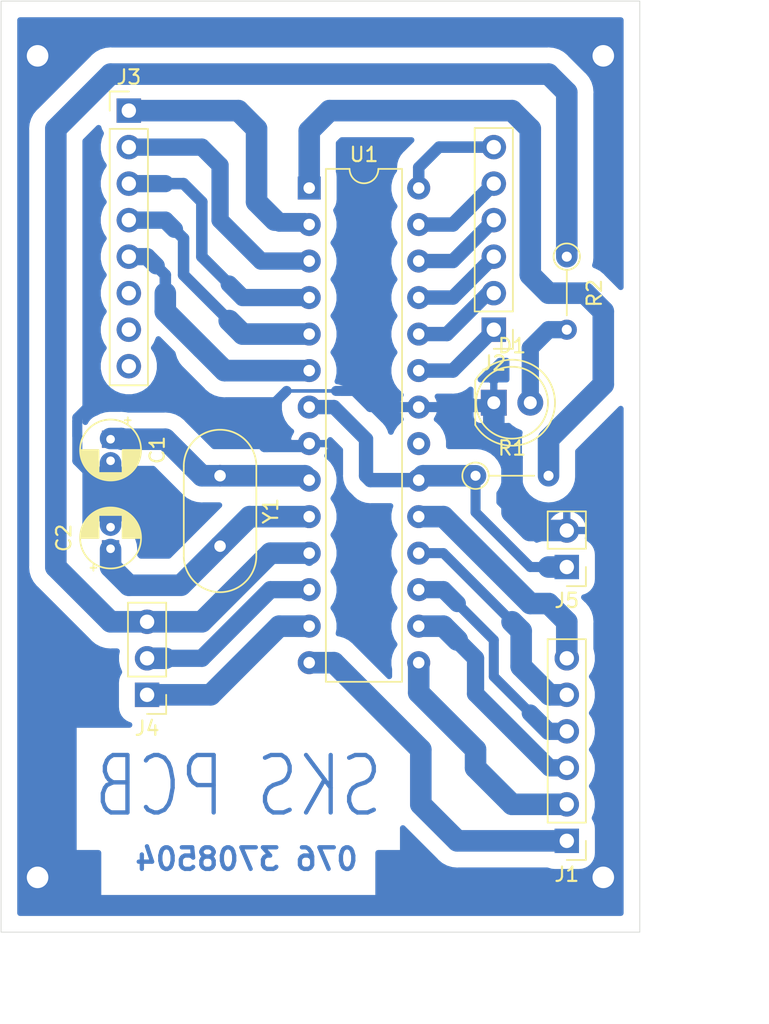
<source format=kicad_pcb>
(kicad_pcb (version 20171130) (host pcbnew 5.99.0+really5.1.10+dfsg1-1)

  (general
    (thickness 1.6)
    (drawings 8)
    (tracks 227)
    (zones 0)
    (modules 12)
    (nets 31)
  )

  (page A4)
  (layers
    (0 F.Cu signal)
    (31 B.Cu signal)
    (32 B.Adhes user)
    (33 F.Adhes user)
    (34 B.Paste user)
    (35 F.Paste user)
    (36 B.SilkS user)
    (37 F.SilkS user)
    (38 B.Mask user)
    (39 F.Mask user)
    (40 Dwgs.User user)
    (41 Cmts.User user)
    (42 Eco1.User user)
    (43 Eco2.User user)
    (44 Edge.Cuts user)
    (45 Margin user)
    (46 B.CrtYd user)
    (47 F.CrtYd user)
    (48 B.Fab user)
    (49 F.Fab user)
  )

  (setup
    (last_trace_width 0.25)
    (user_trace_width 0.7)
    (user_trace_width 0.8)
    (user_trace_width 1)
    (user_trace_width 1.2)
    (user_trace_width 1.5)
    (user_trace_width 1.7)
    (user_trace_width 2)
    (trace_clearance 0.2)
    (zone_clearance 0.508)
    (zone_45_only no)
    (trace_min 0.2)
    (via_size 0.8)
    (via_drill 0.4)
    (via_min_size 0.4)
    (via_min_drill 0.3)
    (user_via 1 0.8)
    (user_via 1.3 1)
    (user_via 1.5 1)
    (user_via 1.6 1.2)
    (user_via 2 1.5)
    (uvia_size 0.3)
    (uvia_drill 0.1)
    (uvias_allowed no)
    (uvia_min_size 0.2)
    (uvia_min_drill 0.1)
    (edge_width 0.05)
    (segment_width 0.2)
    (pcb_text_width 0.3)
    (pcb_text_size 1.5 1.5)
    (mod_edge_width 0.12)
    (mod_text_size 1 1)
    (mod_text_width 0.15)
    (pad_size 1.524 1.524)
    (pad_drill 0.762)
    (pad_to_mask_clearance 0)
    (aux_axis_origin 0 0)
    (visible_elements FFFFFF7F)
    (pcbplotparams
      (layerselection 0x010fc_ffffffff)
      (usegerberextensions false)
      (usegerberattributes true)
      (usegerberadvancedattributes true)
      (creategerberjobfile true)
      (excludeedgelayer true)
      (linewidth 0.100000)
      (plotframeref false)
      (viasonmask false)
      (mode 1)
      (useauxorigin false)
      (hpglpennumber 1)
      (hpglpenspeed 20)
      (hpglpendiameter 15.000000)
      (psnegative false)
      (psa4output false)
      (plotreference true)
      (plotvalue true)
      (plotinvisibletext false)
      (padsonsilk false)
      (subtractmaskfromsilk false)
      (outputformat 1)
      (mirror false)
      (drillshape 1)
      (scaleselection 1)
      (outputdirectory ""))
  )

  (net 0 "")
  (net 1 "Net-(C1-Pad1)")
  (net 2 GND)
  (net 3 "Net-(C2-Pad1)")
  (net 4 "Net-(D1-Pad2)")
  (net 5 "Net-(J1-Pad1)")
  (net 6 "Net-(J1-Pad2)")
  (net 7 "Net-(J1-Pad3)")
  (net 8 "Net-(J1-Pad4)")
  (net 9 "Net-(J1-Pad5)")
  (net 10 "Net-(J1-Pad6)")
  (net 11 "Net-(J2-Pad6)")
  (net 12 "Net-(J2-Pad5)")
  (net 13 "Net-(J2-Pad4)")
  (net 14 "Net-(J2-Pad3)")
  (net 15 "Net-(J2-Pad2)")
  (net 16 "Net-(J2-Pad1)")
  (net 17 "Net-(J3-Pad1)")
  (net 18 "Net-(J3-Pad2)")
  (net 19 "Net-(J3-Pad3)")
  (net 20 "Net-(J3-Pad4)")
  (net 21 "Net-(J3-Pad5)")
  (net 22 "Net-(J3-Pad6)")
  (net 23 "Net-(J3-Pad7)")
  (net 24 "Net-(J3-Pad8)")
  (net 25 "Net-(J4-Pad1)")
  (net 26 +5V)
  (net 27 "Net-(U1-Pad21)")
  (net 28 "Net-(R1-Pad2)")
  (net 29 "Net-(J4-Pad2)")
  (net 30 "Net-(J4-Pad3)")

  (net_class Default "This is the default net class."
    (clearance 0.2)
    (trace_width 0.25)
    (via_dia 0.8)
    (via_drill 0.4)
    (uvia_dia 0.3)
    (uvia_drill 0.1)
    (add_net +5V)
    (add_net GND)
    (add_net "Net-(C1-Pad1)")
    (add_net "Net-(C2-Pad1)")
    (add_net "Net-(D1-Pad2)")
    (add_net "Net-(J1-Pad1)")
    (add_net "Net-(J1-Pad2)")
    (add_net "Net-(J1-Pad3)")
    (add_net "Net-(J1-Pad4)")
    (add_net "Net-(J1-Pad5)")
    (add_net "Net-(J1-Pad6)")
    (add_net "Net-(J2-Pad1)")
    (add_net "Net-(J2-Pad2)")
    (add_net "Net-(J2-Pad3)")
    (add_net "Net-(J2-Pad4)")
    (add_net "Net-(J2-Pad5)")
    (add_net "Net-(J2-Pad6)")
    (add_net "Net-(J3-Pad1)")
    (add_net "Net-(J3-Pad2)")
    (add_net "Net-(J3-Pad3)")
    (add_net "Net-(J3-Pad4)")
    (add_net "Net-(J3-Pad5)")
    (add_net "Net-(J3-Pad6)")
    (add_net "Net-(J3-Pad7)")
    (add_net "Net-(J3-Pad8)")
    (add_net "Net-(J4-Pad1)")
    (add_net "Net-(J4-Pad2)")
    (add_net "Net-(J4-Pad3)")
    (add_net "Net-(R1-Pad2)")
    (add_net "Net-(U1-Pad21)")
  )

  (module Connector_PinHeader_2.54mm:PinHeader_1x02_P2.54mm_Vertical (layer F.Cu) (tedit 59FED5CC) (tstamp 61A2A24B)
    (at 149.86 81.28 180)
    (descr "Through hole straight pin header, 1x02, 2.54mm pitch, single row")
    (tags "Through hole pin header THT 1x02 2.54mm single row")
    (path /61ACAA47)
    (fp_text reference J5 (at 0 -2.33) (layer F.SilkS)
      (effects (font (size 1 1) (thickness 0.15)))
    )
    (fp_text value Conn_01x02_Male (at 0 4.87) (layer F.Fab)
      (effects (font (size 1 1) (thickness 0.15)))
    )
    (fp_line (start -0.635 -1.27) (end 1.27 -1.27) (layer F.Fab) (width 0.1))
    (fp_line (start 1.27 -1.27) (end 1.27 3.81) (layer F.Fab) (width 0.1))
    (fp_line (start 1.27 3.81) (end -1.27 3.81) (layer F.Fab) (width 0.1))
    (fp_line (start -1.27 3.81) (end -1.27 -0.635) (layer F.Fab) (width 0.1))
    (fp_line (start -1.27 -0.635) (end -0.635 -1.27) (layer F.Fab) (width 0.1))
    (fp_line (start -1.33 3.87) (end 1.33 3.87) (layer F.SilkS) (width 0.12))
    (fp_line (start -1.33 1.27) (end -1.33 3.87) (layer F.SilkS) (width 0.12))
    (fp_line (start 1.33 1.27) (end 1.33 3.87) (layer F.SilkS) (width 0.12))
    (fp_line (start -1.33 1.27) (end 1.33 1.27) (layer F.SilkS) (width 0.12))
    (fp_line (start -1.33 0) (end -1.33 -1.33) (layer F.SilkS) (width 0.12))
    (fp_line (start -1.33 -1.33) (end 0 -1.33) (layer F.SilkS) (width 0.12))
    (fp_line (start -1.8 -1.8) (end -1.8 4.35) (layer F.CrtYd) (width 0.05))
    (fp_line (start -1.8 4.35) (end 1.8 4.35) (layer F.CrtYd) (width 0.05))
    (fp_line (start 1.8 4.35) (end 1.8 -1.8) (layer F.CrtYd) (width 0.05))
    (fp_line (start 1.8 -1.8) (end -1.8 -1.8) (layer F.CrtYd) (width 0.05))
    (fp_text user %R (at 0 1.27 90) (layer F.Fab)
      (effects (font (size 1 1) (thickness 0.15)))
    )
    (pad 2 thru_hole oval (at 0 2.54 180) (size 1.7 1.7) (drill 1) (layers *.Cu *.Mask)
      (net 2 GND))
    (pad 1 thru_hole rect (at 0 0 180) (size 1.7 1.7) (drill 1) (layers *.Cu *.Mask)
      (net 26 +5V))
    (model ${KISYS3DMOD}/Connector_PinHeader_2.54mm.3dshapes/PinHeader_1x02_P2.54mm_Vertical.wrl
      (at (xyz 0 0 0))
      (scale (xyz 1 1 1))
      (rotate (xyz 0 0 0))
    )
  )

  (module Connector_PinHeader_2.54mm:PinHeader_1x03_P2.54mm_Vertical (layer F.Cu) (tedit 59FED5CC) (tstamp 61A28DB2)
    (at 120.65 90.17 180)
    (descr "Through hole straight pin header, 1x03, 2.54mm pitch, single row")
    (tags "Through hole pin header THT 1x03 2.54mm single row")
    (path /61AB5B35)
    (fp_text reference J4 (at 0 -2.33) (layer F.SilkS)
      (effects (font (size 1 1) (thickness 0.15)))
    )
    (fp_text value Conn_01x03_Male (at 0 7.41) (layer F.Fab)
      (effects (font (size 1 1) (thickness 0.15)))
    )
    (fp_line (start 1.8 -1.8) (end -1.8 -1.8) (layer F.CrtYd) (width 0.05))
    (fp_line (start 1.8 6.85) (end 1.8 -1.8) (layer F.CrtYd) (width 0.05))
    (fp_line (start -1.8 6.85) (end 1.8 6.85) (layer F.CrtYd) (width 0.05))
    (fp_line (start -1.8 -1.8) (end -1.8 6.85) (layer F.CrtYd) (width 0.05))
    (fp_line (start -1.33 -1.33) (end 0 -1.33) (layer F.SilkS) (width 0.12))
    (fp_line (start -1.33 0) (end -1.33 -1.33) (layer F.SilkS) (width 0.12))
    (fp_line (start -1.33 1.27) (end 1.33 1.27) (layer F.SilkS) (width 0.12))
    (fp_line (start 1.33 1.27) (end 1.33 6.41) (layer F.SilkS) (width 0.12))
    (fp_line (start -1.33 1.27) (end -1.33 6.41) (layer F.SilkS) (width 0.12))
    (fp_line (start -1.33 6.41) (end 1.33 6.41) (layer F.SilkS) (width 0.12))
    (fp_line (start -1.27 -0.635) (end -0.635 -1.27) (layer F.Fab) (width 0.1))
    (fp_line (start -1.27 6.35) (end -1.27 -0.635) (layer F.Fab) (width 0.1))
    (fp_line (start 1.27 6.35) (end -1.27 6.35) (layer F.Fab) (width 0.1))
    (fp_line (start 1.27 -1.27) (end 1.27 6.35) (layer F.Fab) (width 0.1))
    (fp_line (start -0.635 -1.27) (end 1.27 -1.27) (layer F.Fab) (width 0.1))
    (fp_text user %R (at 0 2.54 90) (layer F.Fab)
      (effects (font (size 1 1) (thickness 0.15)))
    )
    (pad 1 thru_hole rect (at 0 0 180) (size 1.7 1.7) (drill 1) (layers *.Cu *.Mask)
      (net 25 "Net-(J4-Pad1)"))
    (pad 2 thru_hole oval (at 0 2.54 180) (size 1.7 1.7) (drill 1) (layers *.Cu *.Mask)
      (net 29 "Net-(J4-Pad2)"))
    (pad 3 thru_hole oval (at 0 5.08 180) (size 1.7 1.7) (drill 1) (layers *.Cu *.Mask)
      (net 30 "Net-(J4-Pad3)"))
    (model ${KISYS3DMOD}/Connector_PinHeader_2.54mm.3dshapes/PinHeader_1x03_P2.54mm_Vertical.wrl
      (at (xyz 0 0 0))
      (scale (xyz 1 1 1))
      (rotate (xyz 0 0 0))
    )
  )

  (module Capacitor_THT:CP_Radial_D4.0mm_P1.50mm (layer F.Cu) (tedit 5AE50EF0) (tstamp 61A268B5)
    (at 118.11 72.39 270)
    (descr "CP, Radial series, Radial, pin pitch=1.50mm, , diameter=4mm, Electrolytic Capacitor")
    (tags "CP Radial series Radial pin pitch 1.50mm  diameter 4mm Electrolytic Capacitor")
    (path /619EC578)
    (fp_text reference C1 (at 0.75 -3.25 90) (layer F.SilkS)
      (effects (font (size 1 1) (thickness 0.15)))
    )
    (fp_text value C_Small (at 0.75 3.25 90) (layer F.Fab)
      (effects (font (size 1 1) (thickness 0.15)))
    )
    (fp_line (start -1.319801 -1.395) (end -1.319801 -0.995) (layer F.SilkS) (width 0.12))
    (fp_line (start -1.519801 -1.195) (end -1.119801 -1.195) (layer F.SilkS) (width 0.12))
    (fp_line (start 2.831 -0.37) (end 2.831 0.37) (layer F.SilkS) (width 0.12))
    (fp_line (start 2.791 -0.537) (end 2.791 0.537) (layer F.SilkS) (width 0.12))
    (fp_line (start 2.751 -0.664) (end 2.751 0.664) (layer F.SilkS) (width 0.12))
    (fp_line (start 2.711 -0.768) (end 2.711 0.768) (layer F.SilkS) (width 0.12))
    (fp_line (start 2.671 -0.859) (end 2.671 0.859) (layer F.SilkS) (width 0.12))
    (fp_line (start 2.631 -0.94) (end 2.631 0.94) (layer F.SilkS) (width 0.12))
    (fp_line (start 2.591 -1.013) (end 2.591 1.013) (layer F.SilkS) (width 0.12))
    (fp_line (start 2.551 -1.08) (end 2.551 1.08) (layer F.SilkS) (width 0.12))
    (fp_line (start 2.511 -1.142) (end 2.511 1.142) (layer F.SilkS) (width 0.12))
    (fp_line (start 2.471 -1.2) (end 2.471 1.2) (layer F.SilkS) (width 0.12))
    (fp_line (start 2.431 -1.254) (end 2.431 1.254) (layer F.SilkS) (width 0.12))
    (fp_line (start 2.391 -1.304) (end 2.391 1.304) (layer F.SilkS) (width 0.12))
    (fp_line (start 2.351 -1.351) (end 2.351 1.351) (layer F.SilkS) (width 0.12))
    (fp_line (start 2.311 0.84) (end 2.311 1.396) (layer F.SilkS) (width 0.12))
    (fp_line (start 2.311 -1.396) (end 2.311 -0.84) (layer F.SilkS) (width 0.12))
    (fp_line (start 2.271 0.84) (end 2.271 1.438) (layer F.SilkS) (width 0.12))
    (fp_line (start 2.271 -1.438) (end 2.271 -0.84) (layer F.SilkS) (width 0.12))
    (fp_line (start 2.231 0.84) (end 2.231 1.478) (layer F.SilkS) (width 0.12))
    (fp_line (start 2.231 -1.478) (end 2.231 -0.84) (layer F.SilkS) (width 0.12))
    (fp_line (start 2.191 0.84) (end 2.191 1.516) (layer F.SilkS) (width 0.12))
    (fp_line (start 2.191 -1.516) (end 2.191 -0.84) (layer F.SilkS) (width 0.12))
    (fp_line (start 2.151 0.84) (end 2.151 1.552) (layer F.SilkS) (width 0.12))
    (fp_line (start 2.151 -1.552) (end 2.151 -0.84) (layer F.SilkS) (width 0.12))
    (fp_line (start 2.111 0.84) (end 2.111 1.587) (layer F.SilkS) (width 0.12))
    (fp_line (start 2.111 -1.587) (end 2.111 -0.84) (layer F.SilkS) (width 0.12))
    (fp_line (start 2.071 0.84) (end 2.071 1.619) (layer F.SilkS) (width 0.12))
    (fp_line (start 2.071 -1.619) (end 2.071 -0.84) (layer F.SilkS) (width 0.12))
    (fp_line (start 2.031 0.84) (end 2.031 1.65) (layer F.SilkS) (width 0.12))
    (fp_line (start 2.031 -1.65) (end 2.031 -0.84) (layer F.SilkS) (width 0.12))
    (fp_line (start 1.991 0.84) (end 1.991 1.68) (layer F.SilkS) (width 0.12))
    (fp_line (start 1.991 -1.68) (end 1.991 -0.84) (layer F.SilkS) (width 0.12))
    (fp_line (start 1.951 0.84) (end 1.951 1.708) (layer F.SilkS) (width 0.12))
    (fp_line (start 1.951 -1.708) (end 1.951 -0.84) (layer F.SilkS) (width 0.12))
    (fp_line (start 1.911 0.84) (end 1.911 1.735) (layer F.SilkS) (width 0.12))
    (fp_line (start 1.911 -1.735) (end 1.911 -0.84) (layer F.SilkS) (width 0.12))
    (fp_line (start 1.871 0.84) (end 1.871 1.76) (layer F.SilkS) (width 0.12))
    (fp_line (start 1.871 -1.76) (end 1.871 -0.84) (layer F.SilkS) (width 0.12))
    (fp_line (start 1.831 0.84) (end 1.831 1.785) (layer F.SilkS) (width 0.12))
    (fp_line (start 1.831 -1.785) (end 1.831 -0.84) (layer F.SilkS) (width 0.12))
    (fp_line (start 1.791 0.84) (end 1.791 1.808) (layer F.SilkS) (width 0.12))
    (fp_line (start 1.791 -1.808) (end 1.791 -0.84) (layer F.SilkS) (width 0.12))
    (fp_line (start 1.751 0.84) (end 1.751 1.83) (layer F.SilkS) (width 0.12))
    (fp_line (start 1.751 -1.83) (end 1.751 -0.84) (layer F.SilkS) (width 0.12))
    (fp_line (start 1.711 0.84) (end 1.711 1.851) (layer F.SilkS) (width 0.12))
    (fp_line (start 1.711 -1.851) (end 1.711 -0.84) (layer F.SilkS) (width 0.12))
    (fp_line (start 1.671 0.84) (end 1.671 1.87) (layer F.SilkS) (width 0.12))
    (fp_line (start 1.671 -1.87) (end 1.671 -0.84) (layer F.SilkS) (width 0.12))
    (fp_line (start 1.631 0.84) (end 1.631 1.889) (layer F.SilkS) (width 0.12))
    (fp_line (start 1.631 -1.889) (end 1.631 -0.84) (layer F.SilkS) (width 0.12))
    (fp_line (start 1.591 0.84) (end 1.591 1.907) (layer F.SilkS) (width 0.12))
    (fp_line (start 1.591 -1.907) (end 1.591 -0.84) (layer F.SilkS) (width 0.12))
    (fp_line (start 1.551 0.84) (end 1.551 1.924) (layer F.SilkS) (width 0.12))
    (fp_line (start 1.551 -1.924) (end 1.551 -0.84) (layer F.SilkS) (width 0.12))
    (fp_line (start 1.511 0.84) (end 1.511 1.94) (layer F.SilkS) (width 0.12))
    (fp_line (start 1.511 -1.94) (end 1.511 -0.84) (layer F.SilkS) (width 0.12))
    (fp_line (start 1.471 0.84) (end 1.471 1.954) (layer F.SilkS) (width 0.12))
    (fp_line (start 1.471 -1.954) (end 1.471 -0.84) (layer F.SilkS) (width 0.12))
    (fp_line (start 1.43 0.84) (end 1.43 1.968) (layer F.SilkS) (width 0.12))
    (fp_line (start 1.43 -1.968) (end 1.43 -0.84) (layer F.SilkS) (width 0.12))
    (fp_line (start 1.39 0.84) (end 1.39 1.982) (layer F.SilkS) (width 0.12))
    (fp_line (start 1.39 -1.982) (end 1.39 -0.84) (layer F.SilkS) (width 0.12))
    (fp_line (start 1.35 0.84) (end 1.35 1.994) (layer F.SilkS) (width 0.12))
    (fp_line (start 1.35 -1.994) (end 1.35 -0.84) (layer F.SilkS) (width 0.12))
    (fp_line (start 1.31 0.84) (end 1.31 2.005) (layer F.SilkS) (width 0.12))
    (fp_line (start 1.31 -2.005) (end 1.31 -0.84) (layer F.SilkS) (width 0.12))
    (fp_line (start 1.27 0.84) (end 1.27 2.016) (layer F.SilkS) (width 0.12))
    (fp_line (start 1.27 -2.016) (end 1.27 -0.84) (layer F.SilkS) (width 0.12))
    (fp_line (start 1.23 0.84) (end 1.23 2.025) (layer F.SilkS) (width 0.12))
    (fp_line (start 1.23 -2.025) (end 1.23 -0.84) (layer F.SilkS) (width 0.12))
    (fp_line (start 1.19 0.84) (end 1.19 2.034) (layer F.SilkS) (width 0.12))
    (fp_line (start 1.19 -2.034) (end 1.19 -0.84) (layer F.SilkS) (width 0.12))
    (fp_line (start 1.15 0.84) (end 1.15 2.042) (layer F.SilkS) (width 0.12))
    (fp_line (start 1.15 -2.042) (end 1.15 -0.84) (layer F.SilkS) (width 0.12))
    (fp_line (start 1.11 0.84) (end 1.11 2.05) (layer F.SilkS) (width 0.12))
    (fp_line (start 1.11 -2.05) (end 1.11 -0.84) (layer F.SilkS) (width 0.12))
    (fp_line (start 1.07 0.84) (end 1.07 2.056) (layer F.SilkS) (width 0.12))
    (fp_line (start 1.07 -2.056) (end 1.07 -0.84) (layer F.SilkS) (width 0.12))
    (fp_line (start 1.03 0.84) (end 1.03 2.062) (layer F.SilkS) (width 0.12))
    (fp_line (start 1.03 -2.062) (end 1.03 -0.84) (layer F.SilkS) (width 0.12))
    (fp_line (start 0.99 0.84) (end 0.99 2.067) (layer F.SilkS) (width 0.12))
    (fp_line (start 0.99 -2.067) (end 0.99 -0.84) (layer F.SilkS) (width 0.12))
    (fp_line (start 0.95 0.84) (end 0.95 2.071) (layer F.SilkS) (width 0.12))
    (fp_line (start 0.95 -2.071) (end 0.95 -0.84) (layer F.SilkS) (width 0.12))
    (fp_line (start 0.91 0.84) (end 0.91 2.074) (layer F.SilkS) (width 0.12))
    (fp_line (start 0.91 -2.074) (end 0.91 -0.84) (layer F.SilkS) (width 0.12))
    (fp_line (start 0.87 0.84) (end 0.87 2.077) (layer F.SilkS) (width 0.12))
    (fp_line (start 0.87 -2.077) (end 0.87 -0.84) (layer F.SilkS) (width 0.12))
    (fp_line (start 0.83 -2.079) (end 0.83 -0.84) (layer F.SilkS) (width 0.12))
    (fp_line (start 0.83 0.84) (end 0.83 2.079) (layer F.SilkS) (width 0.12))
    (fp_line (start 0.79 -2.08) (end 0.79 -0.84) (layer F.SilkS) (width 0.12))
    (fp_line (start 0.79 0.84) (end 0.79 2.08) (layer F.SilkS) (width 0.12))
    (fp_line (start 0.75 -2.08) (end 0.75 -0.84) (layer F.SilkS) (width 0.12))
    (fp_line (start 0.75 0.84) (end 0.75 2.08) (layer F.SilkS) (width 0.12))
    (fp_line (start -0.752554 -1.0675) (end -0.752554 -0.6675) (layer F.Fab) (width 0.1))
    (fp_line (start -0.952554 -0.8675) (end -0.552554 -0.8675) (layer F.Fab) (width 0.1))
    (fp_circle (center 0.75 0) (end 3 0) (layer F.CrtYd) (width 0.05))
    (fp_circle (center 0.75 0) (end 2.87 0) (layer F.SilkS) (width 0.12))
    (fp_circle (center 0.75 0) (end 2.75 0) (layer F.Fab) (width 0.1))
    (fp_text user %R (at 0.75 0 90) (layer F.Fab)
      (effects (font (size 0.8 0.8) (thickness 0.12)))
    )
    (pad 1 thru_hole rect (at 0 0 270) (size 1.2 1.2) (drill 0.6) (layers *.Cu *.Mask)
      (net 1 "Net-(C1-Pad1)"))
    (pad 2 thru_hole circle (at 1.5 0 270) (size 1.2 1.2) (drill 0.6) (layers *.Cu *.Mask)
      (net 2 GND))
    (model ${KISYS3DMOD}/Capacitor_THT.3dshapes/CP_Radial_D4.0mm_P1.50mm.wrl
      (at (xyz 0 0 0))
      (scale (xyz 1 1 1))
      (rotate (xyz 0 0 0))
    )
  )

  (module Capacitor_THT:CP_Radial_D4.0mm_P1.50mm (layer F.Cu) (tedit 5AE50EF0) (tstamp 61A26920)
    (at 118.11 80.01 90)
    (descr "CP, Radial series, Radial, pin pitch=1.50mm, , diameter=4mm, Electrolytic Capacitor")
    (tags "CP Radial series Radial pin pitch 1.50mm  diameter 4mm Electrolytic Capacitor")
    (path /619ED127)
    (fp_text reference C2 (at 0.75 -3.25 90) (layer F.SilkS)
      (effects (font (size 1 1) (thickness 0.15)))
    )
    (fp_text value C_Small (at 0.75 3.25 90) (layer F.Fab)
      (effects (font (size 1 1) (thickness 0.15)))
    )
    (fp_circle (center 0.75 0) (end 2.75 0) (layer F.Fab) (width 0.1))
    (fp_circle (center 0.75 0) (end 2.87 0) (layer F.SilkS) (width 0.12))
    (fp_circle (center 0.75 0) (end 3 0) (layer F.CrtYd) (width 0.05))
    (fp_line (start -0.952554 -0.8675) (end -0.552554 -0.8675) (layer F.Fab) (width 0.1))
    (fp_line (start -0.752554 -1.0675) (end -0.752554 -0.6675) (layer F.Fab) (width 0.1))
    (fp_line (start 0.75 0.84) (end 0.75 2.08) (layer F.SilkS) (width 0.12))
    (fp_line (start 0.75 -2.08) (end 0.75 -0.84) (layer F.SilkS) (width 0.12))
    (fp_line (start 0.79 0.84) (end 0.79 2.08) (layer F.SilkS) (width 0.12))
    (fp_line (start 0.79 -2.08) (end 0.79 -0.84) (layer F.SilkS) (width 0.12))
    (fp_line (start 0.83 0.84) (end 0.83 2.079) (layer F.SilkS) (width 0.12))
    (fp_line (start 0.83 -2.079) (end 0.83 -0.84) (layer F.SilkS) (width 0.12))
    (fp_line (start 0.87 -2.077) (end 0.87 -0.84) (layer F.SilkS) (width 0.12))
    (fp_line (start 0.87 0.84) (end 0.87 2.077) (layer F.SilkS) (width 0.12))
    (fp_line (start 0.91 -2.074) (end 0.91 -0.84) (layer F.SilkS) (width 0.12))
    (fp_line (start 0.91 0.84) (end 0.91 2.074) (layer F.SilkS) (width 0.12))
    (fp_line (start 0.95 -2.071) (end 0.95 -0.84) (layer F.SilkS) (width 0.12))
    (fp_line (start 0.95 0.84) (end 0.95 2.071) (layer F.SilkS) (width 0.12))
    (fp_line (start 0.99 -2.067) (end 0.99 -0.84) (layer F.SilkS) (width 0.12))
    (fp_line (start 0.99 0.84) (end 0.99 2.067) (layer F.SilkS) (width 0.12))
    (fp_line (start 1.03 -2.062) (end 1.03 -0.84) (layer F.SilkS) (width 0.12))
    (fp_line (start 1.03 0.84) (end 1.03 2.062) (layer F.SilkS) (width 0.12))
    (fp_line (start 1.07 -2.056) (end 1.07 -0.84) (layer F.SilkS) (width 0.12))
    (fp_line (start 1.07 0.84) (end 1.07 2.056) (layer F.SilkS) (width 0.12))
    (fp_line (start 1.11 -2.05) (end 1.11 -0.84) (layer F.SilkS) (width 0.12))
    (fp_line (start 1.11 0.84) (end 1.11 2.05) (layer F.SilkS) (width 0.12))
    (fp_line (start 1.15 -2.042) (end 1.15 -0.84) (layer F.SilkS) (width 0.12))
    (fp_line (start 1.15 0.84) (end 1.15 2.042) (layer F.SilkS) (width 0.12))
    (fp_line (start 1.19 -2.034) (end 1.19 -0.84) (layer F.SilkS) (width 0.12))
    (fp_line (start 1.19 0.84) (end 1.19 2.034) (layer F.SilkS) (width 0.12))
    (fp_line (start 1.23 -2.025) (end 1.23 -0.84) (layer F.SilkS) (width 0.12))
    (fp_line (start 1.23 0.84) (end 1.23 2.025) (layer F.SilkS) (width 0.12))
    (fp_line (start 1.27 -2.016) (end 1.27 -0.84) (layer F.SilkS) (width 0.12))
    (fp_line (start 1.27 0.84) (end 1.27 2.016) (layer F.SilkS) (width 0.12))
    (fp_line (start 1.31 -2.005) (end 1.31 -0.84) (layer F.SilkS) (width 0.12))
    (fp_line (start 1.31 0.84) (end 1.31 2.005) (layer F.SilkS) (width 0.12))
    (fp_line (start 1.35 -1.994) (end 1.35 -0.84) (layer F.SilkS) (width 0.12))
    (fp_line (start 1.35 0.84) (end 1.35 1.994) (layer F.SilkS) (width 0.12))
    (fp_line (start 1.39 -1.982) (end 1.39 -0.84) (layer F.SilkS) (width 0.12))
    (fp_line (start 1.39 0.84) (end 1.39 1.982) (layer F.SilkS) (width 0.12))
    (fp_line (start 1.43 -1.968) (end 1.43 -0.84) (layer F.SilkS) (width 0.12))
    (fp_line (start 1.43 0.84) (end 1.43 1.968) (layer F.SilkS) (width 0.12))
    (fp_line (start 1.471 -1.954) (end 1.471 -0.84) (layer F.SilkS) (width 0.12))
    (fp_line (start 1.471 0.84) (end 1.471 1.954) (layer F.SilkS) (width 0.12))
    (fp_line (start 1.511 -1.94) (end 1.511 -0.84) (layer F.SilkS) (width 0.12))
    (fp_line (start 1.511 0.84) (end 1.511 1.94) (layer F.SilkS) (width 0.12))
    (fp_line (start 1.551 -1.924) (end 1.551 -0.84) (layer F.SilkS) (width 0.12))
    (fp_line (start 1.551 0.84) (end 1.551 1.924) (layer F.SilkS) (width 0.12))
    (fp_line (start 1.591 -1.907) (end 1.591 -0.84) (layer F.SilkS) (width 0.12))
    (fp_line (start 1.591 0.84) (end 1.591 1.907) (layer F.SilkS) (width 0.12))
    (fp_line (start 1.631 -1.889) (end 1.631 -0.84) (layer F.SilkS) (width 0.12))
    (fp_line (start 1.631 0.84) (end 1.631 1.889) (layer F.SilkS) (width 0.12))
    (fp_line (start 1.671 -1.87) (end 1.671 -0.84) (layer F.SilkS) (width 0.12))
    (fp_line (start 1.671 0.84) (end 1.671 1.87) (layer F.SilkS) (width 0.12))
    (fp_line (start 1.711 -1.851) (end 1.711 -0.84) (layer F.SilkS) (width 0.12))
    (fp_line (start 1.711 0.84) (end 1.711 1.851) (layer F.SilkS) (width 0.12))
    (fp_line (start 1.751 -1.83) (end 1.751 -0.84) (layer F.SilkS) (width 0.12))
    (fp_line (start 1.751 0.84) (end 1.751 1.83) (layer F.SilkS) (width 0.12))
    (fp_line (start 1.791 -1.808) (end 1.791 -0.84) (layer F.SilkS) (width 0.12))
    (fp_line (start 1.791 0.84) (end 1.791 1.808) (layer F.SilkS) (width 0.12))
    (fp_line (start 1.831 -1.785) (end 1.831 -0.84) (layer F.SilkS) (width 0.12))
    (fp_line (start 1.831 0.84) (end 1.831 1.785) (layer F.SilkS) (width 0.12))
    (fp_line (start 1.871 -1.76) (end 1.871 -0.84) (layer F.SilkS) (width 0.12))
    (fp_line (start 1.871 0.84) (end 1.871 1.76) (layer F.SilkS) (width 0.12))
    (fp_line (start 1.911 -1.735) (end 1.911 -0.84) (layer F.SilkS) (width 0.12))
    (fp_line (start 1.911 0.84) (end 1.911 1.735) (layer F.SilkS) (width 0.12))
    (fp_line (start 1.951 -1.708) (end 1.951 -0.84) (layer F.SilkS) (width 0.12))
    (fp_line (start 1.951 0.84) (end 1.951 1.708) (layer F.SilkS) (width 0.12))
    (fp_line (start 1.991 -1.68) (end 1.991 -0.84) (layer F.SilkS) (width 0.12))
    (fp_line (start 1.991 0.84) (end 1.991 1.68) (layer F.SilkS) (width 0.12))
    (fp_line (start 2.031 -1.65) (end 2.031 -0.84) (layer F.SilkS) (width 0.12))
    (fp_line (start 2.031 0.84) (end 2.031 1.65) (layer F.SilkS) (width 0.12))
    (fp_line (start 2.071 -1.619) (end 2.071 -0.84) (layer F.SilkS) (width 0.12))
    (fp_line (start 2.071 0.84) (end 2.071 1.619) (layer F.SilkS) (width 0.12))
    (fp_line (start 2.111 -1.587) (end 2.111 -0.84) (layer F.SilkS) (width 0.12))
    (fp_line (start 2.111 0.84) (end 2.111 1.587) (layer F.SilkS) (width 0.12))
    (fp_line (start 2.151 -1.552) (end 2.151 -0.84) (layer F.SilkS) (width 0.12))
    (fp_line (start 2.151 0.84) (end 2.151 1.552) (layer F.SilkS) (width 0.12))
    (fp_line (start 2.191 -1.516) (end 2.191 -0.84) (layer F.SilkS) (width 0.12))
    (fp_line (start 2.191 0.84) (end 2.191 1.516) (layer F.SilkS) (width 0.12))
    (fp_line (start 2.231 -1.478) (end 2.231 -0.84) (layer F.SilkS) (width 0.12))
    (fp_line (start 2.231 0.84) (end 2.231 1.478) (layer F.SilkS) (width 0.12))
    (fp_line (start 2.271 -1.438) (end 2.271 -0.84) (layer F.SilkS) (width 0.12))
    (fp_line (start 2.271 0.84) (end 2.271 1.438) (layer F.SilkS) (width 0.12))
    (fp_line (start 2.311 -1.396) (end 2.311 -0.84) (layer F.SilkS) (width 0.12))
    (fp_line (start 2.311 0.84) (end 2.311 1.396) (layer F.SilkS) (width 0.12))
    (fp_line (start 2.351 -1.351) (end 2.351 1.351) (layer F.SilkS) (width 0.12))
    (fp_line (start 2.391 -1.304) (end 2.391 1.304) (layer F.SilkS) (width 0.12))
    (fp_line (start 2.431 -1.254) (end 2.431 1.254) (layer F.SilkS) (width 0.12))
    (fp_line (start 2.471 -1.2) (end 2.471 1.2) (layer F.SilkS) (width 0.12))
    (fp_line (start 2.511 -1.142) (end 2.511 1.142) (layer F.SilkS) (width 0.12))
    (fp_line (start 2.551 -1.08) (end 2.551 1.08) (layer F.SilkS) (width 0.12))
    (fp_line (start 2.591 -1.013) (end 2.591 1.013) (layer F.SilkS) (width 0.12))
    (fp_line (start 2.631 -0.94) (end 2.631 0.94) (layer F.SilkS) (width 0.12))
    (fp_line (start 2.671 -0.859) (end 2.671 0.859) (layer F.SilkS) (width 0.12))
    (fp_line (start 2.711 -0.768) (end 2.711 0.768) (layer F.SilkS) (width 0.12))
    (fp_line (start 2.751 -0.664) (end 2.751 0.664) (layer F.SilkS) (width 0.12))
    (fp_line (start 2.791 -0.537) (end 2.791 0.537) (layer F.SilkS) (width 0.12))
    (fp_line (start 2.831 -0.37) (end 2.831 0.37) (layer F.SilkS) (width 0.12))
    (fp_line (start -1.519801 -1.195) (end -1.119801 -1.195) (layer F.SilkS) (width 0.12))
    (fp_line (start -1.319801 -1.395) (end -1.319801 -0.995) (layer F.SilkS) (width 0.12))
    (fp_text user %R (at 0.75 0 90) (layer F.Fab)
      (effects (font (size 0.8 0.8) (thickness 0.12)))
    )
    (pad 2 thru_hole circle (at 1.5 0 90) (size 1.2 1.2) (drill 0.6) (layers *.Cu *.Mask)
      (net 2 GND))
    (pad 1 thru_hole rect (at 0 0 90) (size 1.2 1.2) (drill 0.6) (layers *.Cu *.Mask)
      (net 3 "Net-(C2-Pad1)"))
    (model ${KISYS3DMOD}/Capacitor_THT.3dshapes/CP_Radial_D4.0mm_P1.50mm.wrl
      (at (xyz 0 0 0))
      (scale (xyz 1 1 1))
      (rotate (xyz 0 0 0))
    )
  )

  (module LED_THT:LED_D5.0mm (layer F.Cu) (tedit 5995936A) (tstamp 61A26932)
    (at 144.78 69.85)
    (descr "LED, diameter 5.0mm, 2 pins, http://cdn-reichelt.de/documents/datenblatt/A500/LL-504BC2E-009.pdf")
    (tags "LED diameter 5.0mm 2 pins")
    (path /61A27096)
    (fp_text reference D1 (at 1.27 -3.96) (layer F.SilkS)
      (effects (font (size 1 1) (thickness 0.15)))
    )
    (fp_text value LED (at 1.27 3.96) (layer F.Fab)
      (effects (font (size 1 1) (thickness 0.15)))
    )
    (fp_line (start 4.5 -3.25) (end -1.95 -3.25) (layer F.CrtYd) (width 0.05))
    (fp_line (start 4.5 3.25) (end 4.5 -3.25) (layer F.CrtYd) (width 0.05))
    (fp_line (start -1.95 3.25) (end 4.5 3.25) (layer F.CrtYd) (width 0.05))
    (fp_line (start -1.95 -3.25) (end -1.95 3.25) (layer F.CrtYd) (width 0.05))
    (fp_line (start -1.29 -1.545) (end -1.29 1.545) (layer F.SilkS) (width 0.12))
    (fp_line (start -1.23 -1.469694) (end -1.23 1.469694) (layer F.Fab) (width 0.1))
    (fp_circle (center 1.27 0) (end 3.77 0) (layer F.SilkS) (width 0.12))
    (fp_circle (center 1.27 0) (end 3.77 0) (layer F.Fab) (width 0.1))
    (fp_arc (start 1.27 0) (end -1.23 -1.469694) (angle 299.1) (layer F.Fab) (width 0.1))
    (fp_arc (start 1.27 0) (end -1.29 -1.54483) (angle 148.9) (layer F.SilkS) (width 0.12))
    (fp_arc (start 1.27 0) (end -1.29 1.54483) (angle -148.9) (layer F.SilkS) (width 0.12))
    (fp_text user %R (at 1.25 0) (layer F.Fab)
      (effects (font (size 0.8 0.8) (thickness 0.2)))
    )
    (pad 1 thru_hole rect (at 0 0) (size 1.8 1.8) (drill 0.9) (layers *.Cu *.Mask)
      (net 2 GND))
    (pad 2 thru_hole circle (at 2.54 0) (size 1.8 1.8) (drill 0.9) (layers *.Cu *.Mask)
      (net 4 "Net-(D1-Pad2)"))
    (model ${KISYS3DMOD}/LED_THT.3dshapes/LED_D5.0mm.wrl
      (at (xyz 0 0 0))
      (scale (xyz 1 1 1))
      (rotate (xyz 0 0 0))
    )
  )

  (module Connector_PinHeader_2.54mm:PinHeader_1x06_P2.54mm_Vertical (layer F.Cu) (tedit 59FED5CC) (tstamp 61A2694C)
    (at 149.86 100.33 180)
    (descr "Through hole straight pin header, 1x06, 2.54mm pitch, single row")
    (tags "Through hole pin header THT 1x06 2.54mm single row")
    (path /619F4165)
    (fp_text reference J1 (at 0 -2.33) (layer F.SilkS)
      (effects (font (size 1 1) (thickness 0.15)))
    )
    (fp_text value Conn_01x06 (at 0 15.03) (layer F.Fab)
      (effects (font (size 1 1) (thickness 0.15)))
    )
    (fp_line (start 1.8 -1.8) (end -1.8 -1.8) (layer F.CrtYd) (width 0.05))
    (fp_line (start 1.8 14.5) (end 1.8 -1.8) (layer F.CrtYd) (width 0.05))
    (fp_line (start -1.8 14.5) (end 1.8 14.5) (layer F.CrtYd) (width 0.05))
    (fp_line (start -1.8 -1.8) (end -1.8 14.5) (layer F.CrtYd) (width 0.05))
    (fp_line (start -1.33 -1.33) (end 0 -1.33) (layer F.SilkS) (width 0.12))
    (fp_line (start -1.33 0) (end -1.33 -1.33) (layer F.SilkS) (width 0.12))
    (fp_line (start -1.33 1.27) (end 1.33 1.27) (layer F.SilkS) (width 0.12))
    (fp_line (start 1.33 1.27) (end 1.33 14.03) (layer F.SilkS) (width 0.12))
    (fp_line (start -1.33 1.27) (end -1.33 14.03) (layer F.SilkS) (width 0.12))
    (fp_line (start -1.33 14.03) (end 1.33 14.03) (layer F.SilkS) (width 0.12))
    (fp_line (start -1.27 -0.635) (end -0.635 -1.27) (layer F.Fab) (width 0.1))
    (fp_line (start -1.27 13.97) (end -1.27 -0.635) (layer F.Fab) (width 0.1))
    (fp_line (start 1.27 13.97) (end -1.27 13.97) (layer F.Fab) (width 0.1))
    (fp_line (start 1.27 -1.27) (end 1.27 13.97) (layer F.Fab) (width 0.1))
    (fp_line (start -0.635 -1.27) (end 1.27 -1.27) (layer F.Fab) (width 0.1))
    (fp_text user %R (at 0 6.35 90) (layer F.Fab)
      (effects (font (size 1 1) (thickness 0.15)))
    )
    (pad 1 thru_hole rect (at 0 0 180) (size 1.7 1.7) (drill 1) (layers *.Cu *.Mask)
      (net 5 "Net-(J1-Pad1)"))
    (pad 2 thru_hole oval (at 0 2.54 180) (size 1.7 1.7) (drill 1) (layers *.Cu *.Mask)
      (net 6 "Net-(J1-Pad2)"))
    (pad 3 thru_hole oval (at 0 5.08 180) (size 1.7 1.7) (drill 1) (layers *.Cu *.Mask)
      (net 7 "Net-(J1-Pad3)"))
    (pad 4 thru_hole oval (at 0 7.62 180) (size 1.7 1.7) (drill 1) (layers *.Cu *.Mask)
      (net 8 "Net-(J1-Pad4)"))
    (pad 5 thru_hole oval (at 0 10.16 180) (size 1.7 1.7) (drill 1) (layers *.Cu *.Mask)
      (net 9 "Net-(J1-Pad5)"))
    (pad 6 thru_hole oval (at 0 12.7 180) (size 1.7 1.7) (drill 1) (layers *.Cu *.Mask)
      (net 10 "Net-(J1-Pad6)"))
    (model ${KISYS3DMOD}/Connector_PinHeader_2.54mm.3dshapes/PinHeader_1x06_P2.54mm_Vertical.wrl
      (at (xyz 0 0 0))
      (scale (xyz 1 1 1))
      (rotate (xyz 0 0 0))
    )
  )

  (module Connector_PinHeader_2.54mm:PinHeader_1x06_P2.54mm_Vertical (layer F.Cu) (tedit 59FED5CC) (tstamp 61A26966)
    (at 144.78 64.77 180)
    (descr "Through hole straight pin header, 1x06, 2.54mm pitch, single row")
    (tags "Through hole pin header THT 1x06 2.54mm single row")
    (path /619F512A)
    (fp_text reference J2 (at 0 -2.33) (layer F.SilkS)
      (effects (font (size 1 1) (thickness 0.15)))
    )
    (fp_text value Conn_01x06 (at 0 15.03) (layer F.Fab)
      (effects (font (size 1 1) (thickness 0.15)))
    )
    (fp_line (start -0.635 -1.27) (end 1.27 -1.27) (layer F.Fab) (width 0.1))
    (fp_line (start 1.27 -1.27) (end 1.27 13.97) (layer F.Fab) (width 0.1))
    (fp_line (start 1.27 13.97) (end -1.27 13.97) (layer F.Fab) (width 0.1))
    (fp_line (start -1.27 13.97) (end -1.27 -0.635) (layer F.Fab) (width 0.1))
    (fp_line (start -1.27 -0.635) (end -0.635 -1.27) (layer F.Fab) (width 0.1))
    (fp_line (start -1.33 14.03) (end 1.33 14.03) (layer F.SilkS) (width 0.12))
    (fp_line (start -1.33 1.27) (end -1.33 14.03) (layer F.SilkS) (width 0.12))
    (fp_line (start 1.33 1.27) (end 1.33 14.03) (layer F.SilkS) (width 0.12))
    (fp_line (start -1.33 1.27) (end 1.33 1.27) (layer F.SilkS) (width 0.12))
    (fp_line (start -1.33 0) (end -1.33 -1.33) (layer F.SilkS) (width 0.12))
    (fp_line (start -1.33 -1.33) (end 0 -1.33) (layer F.SilkS) (width 0.12))
    (fp_line (start -1.8 -1.8) (end -1.8 14.5) (layer F.CrtYd) (width 0.05))
    (fp_line (start -1.8 14.5) (end 1.8 14.5) (layer F.CrtYd) (width 0.05))
    (fp_line (start 1.8 14.5) (end 1.8 -1.8) (layer F.CrtYd) (width 0.05))
    (fp_line (start 1.8 -1.8) (end -1.8 -1.8) (layer F.CrtYd) (width 0.05))
    (fp_text user %R (at 0 6.35 90) (layer F.Fab)
      (effects (font (size 1 1) (thickness 0.15)))
    )
    (pad 6 thru_hole oval (at 0 12.7 180) (size 1.7 1.7) (drill 1) (layers *.Cu *.Mask)
      (net 11 "Net-(J2-Pad6)"))
    (pad 5 thru_hole oval (at 0 10.16 180) (size 1.7 1.7) (drill 1) (layers *.Cu *.Mask)
      (net 12 "Net-(J2-Pad5)"))
    (pad 4 thru_hole oval (at 0 7.62 180) (size 1.7 1.7) (drill 1) (layers *.Cu *.Mask)
      (net 13 "Net-(J2-Pad4)"))
    (pad 3 thru_hole oval (at 0 5.08 180) (size 1.7 1.7) (drill 1) (layers *.Cu *.Mask)
      (net 14 "Net-(J2-Pad3)"))
    (pad 2 thru_hole oval (at 0 2.54 180) (size 1.7 1.7) (drill 1) (layers *.Cu *.Mask)
      (net 15 "Net-(J2-Pad2)"))
    (pad 1 thru_hole rect (at 0 0 180) (size 1.7 1.7) (drill 1) (layers *.Cu *.Mask)
      (net 16 "Net-(J2-Pad1)"))
    (model ${KISYS3DMOD}/Connector_PinHeader_2.54mm.3dshapes/PinHeader_1x06_P2.54mm_Vertical.wrl
      (at (xyz 0 0 0))
      (scale (xyz 1 1 1))
      (rotate (xyz 0 0 0))
    )
  )

  (module Connector_PinHeader_2.54mm:PinHeader_1x08_P2.54mm_Vertical (layer F.Cu) (tedit 59FED5CC) (tstamp 61A26982)
    (at 119.38 49.53)
    (descr "Through hole straight pin header, 1x08, 2.54mm pitch, single row")
    (tags "Through hole pin header THT 1x08 2.54mm single row")
    (path /619F5BA0)
    (fp_text reference J3 (at 0 -2.33) (layer F.SilkS)
      (effects (font (size 1 1) (thickness 0.15)))
    )
    (fp_text value Conn_01x08 (at 0 20.11) (layer F.Fab)
      (effects (font (size 1 1) (thickness 0.15)))
    )
    (fp_line (start 1.8 -1.8) (end -1.8 -1.8) (layer F.CrtYd) (width 0.05))
    (fp_line (start 1.8 19.55) (end 1.8 -1.8) (layer F.CrtYd) (width 0.05))
    (fp_line (start -1.8 19.55) (end 1.8 19.55) (layer F.CrtYd) (width 0.05))
    (fp_line (start -1.8 -1.8) (end -1.8 19.55) (layer F.CrtYd) (width 0.05))
    (fp_line (start -1.33 -1.33) (end 0 -1.33) (layer F.SilkS) (width 0.12))
    (fp_line (start -1.33 0) (end -1.33 -1.33) (layer F.SilkS) (width 0.12))
    (fp_line (start -1.33 1.27) (end 1.33 1.27) (layer F.SilkS) (width 0.12))
    (fp_line (start 1.33 1.27) (end 1.33 19.11) (layer F.SilkS) (width 0.12))
    (fp_line (start -1.33 1.27) (end -1.33 19.11) (layer F.SilkS) (width 0.12))
    (fp_line (start -1.33 19.11) (end 1.33 19.11) (layer F.SilkS) (width 0.12))
    (fp_line (start -1.27 -0.635) (end -0.635 -1.27) (layer F.Fab) (width 0.1))
    (fp_line (start -1.27 19.05) (end -1.27 -0.635) (layer F.Fab) (width 0.1))
    (fp_line (start 1.27 19.05) (end -1.27 19.05) (layer F.Fab) (width 0.1))
    (fp_line (start 1.27 -1.27) (end 1.27 19.05) (layer F.Fab) (width 0.1))
    (fp_line (start -0.635 -1.27) (end 1.27 -1.27) (layer F.Fab) (width 0.1))
    (fp_text user %R (at 0 8.89 90) (layer F.Fab)
      (effects (font (size 1 1) (thickness 0.15)))
    )
    (pad 1 thru_hole rect (at 0 0) (size 1.7 1.7) (drill 1) (layers *.Cu *.Mask)
      (net 17 "Net-(J3-Pad1)"))
    (pad 2 thru_hole oval (at 0 2.54) (size 1.7 1.7) (drill 1) (layers *.Cu *.Mask)
      (net 18 "Net-(J3-Pad2)"))
    (pad 3 thru_hole oval (at 0 5.08) (size 1.7 1.7) (drill 1) (layers *.Cu *.Mask)
      (net 19 "Net-(J3-Pad3)"))
    (pad 4 thru_hole oval (at 0 7.62) (size 1.7 1.7) (drill 1) (layers *.Cu *.Mask)
      (net 20 "Net-(J3-Pad4)"))
    (pad 5 thru_hole oval (at 0 10.16) (size 1.7 1.7) (drill 1) (layers *.Cu *.Mask)
      (net 21 "Net-(J3-Pad5)"))
    (pad 6 thru_hole oval (at 0 12.7) (size 1.7 1.7) (drill 1) (layers *.Cu *.Mask)
      (net 22 "Net-(J3-Pad6)"))
    (pad 7 thru_hole oval (at 0 15.24) (size 1.7 1.7) (drill 1) (layers *.Cu *.Mask)
      (net 23 "Net-(J3-Pad7)"))
    (pad 8 thru_hole oval (at 0 17.78) (size 1.7 1.7) (drill 1) (layers *.Cu *.Mask)
      (net 24 "Net-(J3-Pad8)"))
    (model ${KISYS3DMOD}/Connector_PinHeader_2.54mm.3dshapes/PinHeader_1x08_P2.54mm_Vertical.wrl
      (at (xyz 0 0 0))
      (scale (xyz 1 1 1))
      (rotate (xyz 0 0 0))
    )
  )

  (module Resistor_THT:R_Axial_DIN0204_L3.6mm_D1.6mm_P5.08mm_Vertical (layer F.Cu) (tedit 5AE5139B) (tstamp 61A26991)
    (at 143.51 74.93)
    (descr "Resistor, Axial_DIN0204 series, Axial, Vertical, pin pitch=5.08mm, 0.167W, length*diameter=3.6*1.6mm^2, http://cdn-reichelt.de/documents/datenblatt/B400/1_4W%23YAG.pdf")
    (tags "Resistor Axial_DIN0204 series Axial Vertical pin pitch 5.08mm 0.167W length 3.6mm diameter 1.6mm")
    (path /619E863F)
    (fp_text reference R1 (at 2.54 -1.92) (layer F.SilkS)
      (effects (font (size 1 1) (thickness 0.15)))
    )
    (fp_text value R (at 2.54 1.92) (layer F.Fab)
      (effects (font (size 1 1) (thickness 0.15)))
    )
    (fp_line (start 6.03 -1.05) (end -1.05 -1.05) (layer F.CrtYd) (width 0.05))
    (fp_line (start 6.03 1.05) (end 6.03 -1.05) (layer F.CrtYd) (width 0.05))
    (fp_line (start -1.05 1.05) (end 6.03 1.05) (layer F.CrtYd) (width 0.05))
    (fp_line (start -1.05 -1.05) (end -1.05 1.05) (layer F.CrtYd) (width 0.05))
    (fp_line (start 0.92 0) (end 4.08 0) (layer F.SilkS) (width 0.12))
    (fp_line (start 0 0) (end 5.08 0) (layer F.Fab) (width 0.1))
    (fp_circle (center 0 0) (end 0.92 0) (layer F.SilkS) (width 0.12))
    (fp_circle (center 0 0) (end 0.8 0) (layer F.Fab) (width 0.1))
    (fp_text user %R (at 2.54 -1.92) (layer F.Fab)
      (effects (font (size 1 1) (thickness 0.15)))
    )
    (pad 1 thru_hole circle (at 0 0) (size 1.4 1.4) (drill 0.7) (layers *.Cu *.Mask)
      (net 26 +5V))
    (pad 2 thru_hole oval (at 5.08 0) (size 1.4 1.4) (drill 0.7) (layers *.Cu *.Mask)
      (net 28 "Net-(R1-Pad2)"))
    (model ${KISYS3DMOD}/Resistor_THT.3dshapes/R_Axial_DIN0204_L3.6mm_D1.6mm_P5.08mm_Vertical.wrl
      (at (xyz 0 0 0))
      (scale (xyz 1 1 1))
      (rotate (xyz 0 0 0))
    )
  )

  (module Resistor_THT:R_Axial_DIN0204_L3.6mm_D1.6mm_P5.08mm_Vertical (layer F.Cu) (tedit 5AE5139B) (tstamp 61A269A0)
    (at 149.86 59.69 270)
    (descr "Resistor, Axial_DIN0204 series, Axial, Vertical, pin pitch=5.08mm, 0.167W, length*diameter=3.6*1.6mm^2, http://cdn-reichelt.de/documents/datenblatt/B400/1_4W%23YAG.pdf")
    (tags "Resistor Axial_DIN0204 series Axial Vertical pin pitch 5.08mm 0.167W length 3.6mm diameter 1.6mm")
    (path /61A28124)
    (fp_text reference R2 (at 2.54 -1.92 90) (layer F.SilkS)
      (effects (font (size 1 1) (thickness 0.15)))
    )
    (fp_text value R (at 2.54 1.92 90) (layer F.Fab)
      (effects (font (size 1 1) (thickness 0.15)))
    )
    (fp_circle (center 0 0) (end 0.8 0) (layer F.Fab) (width 0.1))
    (fp_circle (center 0 0) (end 0.92 0) (layer F.SilkS) (width 0.12))
    (fp_line (start 0 0) (end 5.08 0) (layer F.Fab) (width 0.1))
    (fp_line (start 0.92 0) (end 4.08 0) (layer F.SilkS) (width 0.12))
    (fp_line (start -1.05 -1.05) (end -1.05 1.05) (layer F.CrtYd) (width 0.05))
    (fp_line (start -1.05 1.05) (end 6.03 1.05) (layer F.CrtYd) (width 0.05))
    (fp_line (start 6.03 1.05) (end 6.03 -1.05) (layer F.CrtYd) (width 0.05))
    (fp_line (start 6.03 -1.05) (end -1.05 -1.05) (layer F.CrtYd) (width 0.05))
    (fp_text user %R (at 2.54 -1.92 90) (layer F.Fab)
      (effects (font (size 1 1) (thickness 0.15)))
    )
    (pad 2 thru_hole oval (at 5.08 0 270) (size 1.4 1.4) (drill 0.7) (layers *.Cu *.Mask)
      (net 4 "Net-(D1-Pad2)"))
    (pad 1 thru_hole circle (at 0 0 270) (size 1.4 1.4) (drill 0.7) (layers *.Cu *.Mask)
      (net 30 "Net-(J4-Pad3)"))
    (model ${KISYS3DMOD}/Resistor_THT.3dshapes/R_Axial_DIN0204_L3.6mm_D1.6mm_P5.08mm_Vertical.wrl
      (at (xyz 0 0 0))
      (scale (xyz 1 1 1))
      (rotate (xyz 0 0 0))
    )
  )

  (module Package_DIP:DIP-28_W7.62mm (layer F.Cu) (tedit 5A02E8C5) (tstamp 61A269D0)
    (at 131.935001 54.915001)
    (descr "28-lead though-hole mounted DIP package, row spacing 7.62 mm (300 mils)")
    (tags "THT DIP DIL PDIP 2.54mm 7.62mm 300mil")
    (path /619E4D00)
    (fp_text reference U1 (at 3.81 -2.33) (layer F.SilkS)
      (effects (font (size 1 1) (thickness 0.15)))
    )
    (fp_text value ATmega8-16PU (at 3.81 35.35) (layer F.Fab)
      (effects (font (size 1 1) (thickness 0.15)))
    )
    (fp_line (start 8.7 -1.55) (end -1.1 -1.55) (layer F.CrtYd) (width 0.05))
    (fp_line (start 8.7 34.55) (end 8.7 -1.55) (layer F.CrtYd) (width 0.05))
    (fp_line (start -1.1 34.55) (end 8.7 34.55) (layer F.CrtYd) (width 0.05))
    (fp_line (start -1.1 -1.55) (end -1.1 34.55) (layer F.CrtYd) (width 0.05))
    (fp_line (start 6.46 -1.33) (end 4.81 -1.33) (layer F.SilkS) (width 0.12))
    (fp_line (start 6.46 34.35) (end 6.46 -1.33) (layer F.SilkS) (width 0.12))
    (fp_line (start 1.16 34.35) (end 6.46 34.35) (layer F.SilkS) (width 0.12))
    (fp_line (start 1.16 -1.33) (end 1.16 34.35) (layer F.SilkS) (width 0.12))
    (fp_line (start 2.81 -1.33) (end 1.16 -1.33) (layer F.SilkS) (width 0.12))
    (fp_line (start 0.635 -0.27) (end 1.635 -1.27) (layer F.Fab) (width 0.1))
    (fp_line (start 0.635 34.29) (end 0.635 -0.27) (layer F.Fab) (width 0.1))
    (fp_line (start 6.985 34.29) (end 0.635 34.29) (layer F.Fab) (width 0.1))
    (fp_line (start 6.985 -1.27) (end 6.985 34.29) (layer F.Fab) (width 0.1))
    (fp_line (start 1.635 -1.27) (end 6.985 -1.27) (layer F.Fab) (width 0.1))
    (fp_arc (start 3.81 -1.33) (end 2.81 -1.33) (angle -180) (layer F.SilkS) (width 0.12))
    (fp_text user %R (at 3.81 16.51) (layer F.Fab)
      (effects (font (size 1 1) (thickness 0.15)))
    )
    (pad 1 thru_hole rect (at 0 0) (size 1.6 1.6) (drill 0.8) (layers *.Cu *.Mask)
      (net 28 "Net-(R1-Pad2)"))
    (pad 15 thru_hole oval (at 7.62 33.02) (size 1.6 1.6) (drill 0.8) (layers *.Cu *.Mask)
      (net 6 "Net-(J1-Pad2)"))
    (pad 2 thru_hole oval (at 0 2.54) (size 1.6 1.6) (drill 0.8) (layers *.Cu *.Mask)
      (net 17 "Net-(J3-Pad1)"))
    (pad 16 thru_hole oval (at 7.62 30.48) (size 1.6 1.6) (drill 0.8) (layers *.Cu *.Mask)
      (net 7 "Net-(J1-Pad3)"))
    (pad 3 thru_hole oval (at 0 5.08) (size 1.6 1.6) (drill 0.8) (layers *.Cu *.Mask)
      (net 18 "Net-(J3-Pad2)"))
    (pad 17 thru_hole oval (at 7.62 27.94) (size 1.6 1.6) (drill 0.8) (layers *.Cu *.Mask)
      (net 8 "Net-(J1-Pad4)"))
    (pad 4 thru_hole oval (at 0 7.62) (size 1.6 1.6) (drill 0.8) (layers *.Cu *.Mask)
      (net 19 "Net-(J3-Pad3)"))
    (pad 18 thru_hole oval (at 7.62 25.4) (size 1.6 1.6) (drill 0.8) (layers *.Cu *.Mask)
      (net 9 "Net-(J1-Pad5)"))
    (pad 5 thru_hole oval (at 0 10.16) (size 1.6 1.6) (drill 0.8) (layers *.Cu *.Mask)
      (net 20 "Net-(J3-Pad4)"))
    (pad 19 thru_hole oval (at 7.62 22.86) (size 1.6 1.6) (drill 0.8) (layers *.Cu *.Mask)
      (net 10 "Net-(J1-Pad6)"))
    (pad 6 thru_hole oval (at 0 12.7) (size 1.6 1.6) (drill 0.8) (layers *.Cu *.Mask)
      (net 21 "Net-(J3-Pad5)"))
    (pad 20 thru_hole oval (at 7.62 20.32) (size 1.6 1.6) (drill 0.8) (layers *.Cu *.Mask)
      (net 26 +5V))
    (pad 7 thru_hole oval (at 0 15.24) (size 1.6 1.6) (drill 0.8) (layers *.Cu *.Mask)
      (net 26 +5V))
    (pad 21 thru_hole oval (at 7.62 17.78) (size 1.6 1.6) (drill 0.8) (layers *.Cu *.Mask)
      (net 27 "Net-(U1-Pad21)"))
    (pad 8 thru_hole oval (at 0 17.78) (size 1.6 1.6) (drill 0.8) (layers *.Cu *.Mask)
      (net 2 GND))
    (pad 22 thru_hole oval (at 7.62 15.24) (size 1.6 1.6) (drill 0.8) (layers *.Cu *.Mask)
      (net 2 GND))
    (pad 9 thru_hole oval (at 0 20.32) (size 1.6 1.6) (drill 0.8) (layers *.Cu *.Mask)
      (net 1 "Net-(C1-Pad1)"))
    (pad 23 thru_hole oval (at 7.62 12.7) (size 1.6 1.6) (drill 0.8) (layers *.Cu *.Mask)
      (net 16 "Net-(J2-Pad1)"))
    (pad 10 thru_hole oval (at 0 22.86) (size 1.6 1.6) (drill 0.8) (layers *.Cu *.Mask)
      (net 3 "Net-(C2-Pad1)"))
    (pad 24 thru_hole oval (at 7.62 10.16) (size 1.6 1.6) (drill 0.8) (layers *.Cu *.Mask)
      (net 15 "Net-(J2-Pad2)"))
    (pad 11 thru_hole oval (at 0 25.4) (size 1.6 1.6) (drill 0.8) (layers *.Cu *.Mask)
      (net 30 "Net-(J4-Pad3)"))
    (pad 25 thru_hole oval (at 7.62 7.62) (size 1.6 1.6) (drill 0.8) (layers *.Cu *.Mask)
      (net 14 "Net-(J2-Pad3)"))
    (pad 12 thru_hole oval (at 0 27.94) (size 1.6 1.6) (drill 0.8) (layers *.Cu *.Mask)
      (net 29 "Net-(J4-Pad2)"))
    (pad 26 thru_hole oval (at 7.62 5.08) (size 1.6 1.6) (drill 0.8) (layers *.Cu *.Mask)
      (net 13 "Net-(J2-Pad4)"))
    (pad 13 thru_hole oval (at 0 30.48) (size 1.6 1.6) (drill 0.8) (layers *.Cu *.Mask)
      (net 25 "Net-(J4-Pad1)"))
    (pad 27 thru_hole oval (at 7.62 2.54) (size 1.6 1.6) (drill 0.8) (layers *.Cu *.Mask)
      (net 12 "Net-(J2-Pad5)"))
    (pad 14 thru_hole oval (at 0 33.02) (size 1.6 1.6) (drill 0.8) (layers *.Cu *.Mask)
      (net 5 "Net-(J1-Pad1)"))
    (pad 28 thru_hole oval (at 7.62 0) (size 1.6 1.6) (drill 0.8) (layers *.Cu *.Mask)
      (net 11 "Net-(J2-Pad6)"))
    (model ${KISYS3DMOD}/Package_DIP.3dshapes/DIP-28_W7.62mm.wrl
      (at (xyz 0 0 0))
      (scale (xyz 1 1 1))
      (rotate (xyz 0 0 0))
    )
  )

  (module Crystal:Crystal_HC18-U_Vertical (layer F.Cu) (tedit 5A1AD3B7) (tstamp 61A269E7)
    (at 125.73 74.93 270)
    (descr "Crystal THT HC-18/U, http://5hertz.com/pdfs/04404_D.pdf")
    (tags "THT crystalHC-18/U")
    (path /619EB3D5)
    (fp_text reference Y1 (at 2.45 -3.525 90) (layer F.SilkS)
      (effects (font (size 1 1) (thickness 0.15)))
    )
    (fp_text value Crystal (at 2.45 3.525 90) (layer F.Fab)
      (effects (font (size 1 1) (thickness 0.15)))
    )
    (fp_line (start 8.4 -2.8) (end -3.5 -2.8) (layer F.CrtYd) (width 0.05))
    (fp_line (start 8.4 2.8) (end 8.4 -2.8) (layer F.CrtYd) (width 0.05))
    (fp_line (start -3.5 2.8) (end 8.4 2.8) (layer F.CrtYd) (width 0.05))
    (fp_line (start -3.5 -2.8) (end -3.5 2.8) (layer F.CrtYd) (width 0.05))
    (fp_line (start -0.675 2.525) (end 5.575 2.525) (layer F.SilkS) (width 0.12))
    (fp_line (start -0.675 -2.525) (end 5.575 -2.525) (layer F.SilkS) (width 0.12))
    (fp_line (start -0.55 2) (end 5.45 2) (layer F.Fab) (width 0.1))
    (fp_line (start -0.55 -2) (end 5.45 -2) (layer F.Fab) (width 0.1))
    (fp_line (start -0.675 2.325) (end 5.575 2.325) (layer F.Fab) (width 0.1))
    (fp_line (start -0.675 -2.325) (end 5.575 -2.325) (layer F.Fab) (width 0.1))
    (fp_text user %R (at 2.45 0 90) (layer F.Fab)
      (effects (font (size 1 1) (thickness 0.15)))
    )
    (fp_arc (start -0.675 0) (end -0.675 -2.325) (angle -180) (layer F.Fab) (width 0.1))
    (fp_arc (start 5.575 0) (end 5.575 -2.325) (angle 180) (layer F.Fab) (width 0.1))
    (fp_arc (start -0.55 0) (end -0.55 -2) (angle -180) (layer F.Fab) (width 0.1))
    (fp_arc (start 5.45 0) (end 5.45 -2) (angle 180) (layer F.Fab) (width 0.1))
    (fp_arc (start -0.675 0) (end -0.675 -2.525) (angle -180) (layer F.SilkS) (width 0.12))
    (fp_arc (start 5.575 0) (end 5.575 -2.525) (angle 180) (layer F.SilkS) (width 0.12))
    (pad 1 thru_hole circle (at 0 0 270) (size 1.5 1.5) (drill 0.8) (layers *.Cu *.Mask)
      (net 1 "Net-(C1-Pad1)"))
    (pad 2 thru_hole circle (at 4.9 0 270) (size 1.5 1.5) (drill 0.8) (layers *.Cu *.Mask)
      (net 3 "Net-(C2-Pad1)"))
    (model ${KISYS3DMOD}/Crystal.3dshapes/Crystal_HC18-U_Vertical.wrl
      (at (xyz 0 0 0))
      (scale (xyz 1 1 1))
      (rotate (xyz 0 0 0))
    )
  )

  (dimension 64.77 (width 0.15) (layer Dwgs.User)
    (gr_text "64.770 mm" (at 162.59 74.295 270) (layer Dwgs.User)
      (effects (font (size 1 1) (thickness 0.15)))
    )
    (feature1 (pts (xy 160.02 106.68) (xy 161.876421 106.68)))
    (feature2 (pts (xy 160.02 41.91) (xy 161.876421 41.91)))
    (crossbar (pts (xy 161.29 41.91) (xy 161.29 106.68)))
    (arrow1a (pts (xy 161.29 106.68) (xy 160.703579 105.553496)))
    (arrow1b (pts (xy 161.29 106.68) (xy 161.876421 105.553496)))
    (arrow2a (pts (xy 161.29 41.91) (xy 160.703579 43.036504)))
    (arrow2b (pts (xy 161.29 41.91) (xy 161.876421 43.036504)))
  )
  (dimension 44.45 (width 0.15) (layer Dwgs.User)
    (gr_text "44.450 mm" (at 132.715 110.46) (layer Dwgs.User)
      (effects (font (size 1 1) (thickness 0.15)))
    )
    (feature1 (pts (xy 154.94 113.03) (xy 154.94 111.173579)))
    (feature2 (pts (xy 110.49 113.03) (xy 110.49 111.173579)))
    (crossbar (pts (xy 110.49 111.76) (xy 154.94 111.76)))
    (arrow1a (pts (xy 154.94 111.76) (xy 153.813496 112.346421)))
    (arrow1b (pts (xy 154.94 111.76) (xy 153.813496 111.173579)))
    (arrow2a (pts (xy 110.49 111.76) (xy 111.616504 112.346421)))
    (arrow2b (pts (xy 110.49 111.76) (xy 111.616504 111.173579)))
  )
  (gr_line (start 110.49 106.68) (end 110.49 41.91) (layer Edge.Cuts) (width 0.05) (tstamp 61A2A4D1))
  (gr_line (start 154.94 106.68) (end 110.49 106.68) (layer Edge.Cuts) (width 0.05))
  (gr_line (start 154.94 41.91) (end 154.94 106.68) (layer Edge.Cuts) (width 0.05))
  (gr_line (start 110.49 41.91) (end 154.94 41.91) (layer Edge.Cuts) (width 0.05))
  (gr_text "076 3708504 " (at 127 101.6) (layer B.Cu)
    (effects (font (size 1.5 1.5) (thickness 0.3)) (justify mirror))
  )
  (gr_text "SKS PCB" (at 127 96.52) (layer B.Cu)
    (effects (font (size 4 3) (thickness 0.3)) (justify mirror))
  )

  (segment (start 131.63 74.93) (end 131.935001 75.235001) (width 1.5) (layer B.Cu) (net 1))
  (segment (start 125.73 74.93) (end 131.63 74.93) (width 1.5) (layer B.Cu) (net 1))
  (segment (start 124.46 74.93) (end 121.92 72.39) (width 1.5) (layer B.Cu) (net 1))
  (segment (start 125.73 74.93) (end 124.46 74.93) (width 1.5) (layer B.Cu) (net 1))
  (segment (start 118.11 72.39) (end 121.92 72.39) (width 0.7) (layer B.Cu) (net 1))
  (segment (start 118.854001 72.339999) (end 118.11 72.339999) (width 1.5) (layer B.Cu) (net 1))
  (segment (start 118.904002 72.39) (end 118.854001 72.339999) (width 1.5) (layer B.Cu) (net 1))
  (segment (start 121.92 72.39) (end 118.904002 72.39) (width 1.5) (layer B.Cu) (net 1))
  (segment (start 144.474999 70.155001) (end 144.78 69.85) (width 0.7) (layer B.Cu) (net 2))
  (segment (start 139.555001 70.155001) (end 144.474999 70.155001) (width 0.7) (layer B.Cu) (net 2))
  (segment (start 131.63 72.39) (end 131.935001 72.695001) (width 0.25) (layer B.Cu) (net 2))
  (segment (start 115.57 72.198528) (end 115.57 71.12) (width 0.25) (layer B.Cu) (net 2))
  (segment (start 115.57 71.12) (end 116.84 69.85) (width 0.25) (layer B.Cu) (net 2))
  (segment (start 118.11 73.89) (end 118.11 76.2) (width 0.7) (layer B.Cu) (net 2))
  (segment (start 115.795 70.895) (end 116.84 69.85) (width 0.7) (layer B.Cu) (net 2))
  (segment (start 115.795 73.885) (end 115.795 70.895) (width 0.7) (layer B.Cu) (net 2))
  (segment (start 118.11 76.2) (end 115.795 73.885) (width 0.7) (layer B.Cu) (net 2))
  (segment (start 131.689992 72.94001) (end 131.935001 72.695001) (width 0.7) (layer B.Cu) (net 2))
  (segment (start 125.73 69.85) (end 116.84 69.85) (width 0.7) (layer B.Cu) (net 2))
  (segment (start 136.195001 70.155001) (end 135.07 69.03) (width 0.7) (layer B.Cu) (net 2))
  (segment (start 139.555001 70.155001) (end 136.195001 70.155001) (width 0.7) (layer B.Cu) (net 2))
  (segment (start 135.07 69.03) (end 134.17 69.03) (width 0.7) (layer B.Cu) (net 2))
  (segment (start 129.54 72.39) (end 128.98999 72.94001) (width 0.7) (layer B.Cu) (net 2))
  (segment (start 128.98999 72.94001) (end 131.689992 72.94001) (width 0.7) (layer B.Cu) (net 2))
  (segment (start 128.82001 72.94001) (end 128.98999 72.94001) (width 0.7) (layer B.Cu) (net 2))
  (segment (start 127 69.85) (end 129.54 69.85) (width 0.7) (layer B.Cu) (net 2))
  (segment (start 128.27 71.12) (end 128.27 69.85) (width 0.7) (layer B.Cu) (net 2))
  (segment (start 128.27 69.85) (end 129.54 69.85) (width 0.7) (layer B.Cu) (net 2))
  (segment (start 127 71.12) (end 127.635 70.485) (width 0.7) (layer B.Cu) (net 2))
  (segment (start 127 69.85) (end 127.635 70.485) (width 0.7) (layer B.Cu) (net 2))
  (segment (start 127 69.85) (end 129.54 72.39) (width 0.7) (layer B.Cu) (net 2))
  (segment (start 128.27 71.12) (end 127 71.12) (width 0.7) (layer B.Cu) (net 2))
  (segment (start 127 69.85) (end 127 71.12) (width 0.7) (layer B.Cu) (net 2))
  (segment (start 128.27 69.85) (end 127.635 70.485) (width 0.7) (layer B.Cu) (net 2))
  (segment (start 125.73 69.85) (end 127 69.85) (width 0.7) (layer B.Cu) (net 2))
  (segment (start 129.54 69.85) (end 129.54 71.12) (width 0.7) (layer B.Cu) (net 2))
  (segment (start 128.27 71.12) (end 129.54 71.12) (width 0.7) (layer B.Cu) (net 2))
  (segment (start 129.54 71.12) (end 128.905 70.485) (width 0.7) (layer B.Cu) (net 2))
  (segment (start 128.905 70.485) (end 128.27 71.12) (width 0.7) (layer B.Cu) (net 2))
  (segment (start 129.54 69.85) (end 128.905 70.485) (width 0.7) (layer B.Cu) (net 2))
  (segment (start 128.27 69.85) (end 128.905 70.485) (width 0.7) (layer B.Cu) (net 2))
  (segment (start 129.54 72.39) (end 129.54 71.12) (width 0.7) (layer B.Cu) (net 2))
  (segment (start 128.27 71.12) (end 127.635 71.755) (width 0.7) (layer B.Cu) (net 2))
  (segment (start 127.635 71.755) (end 127 71.12) (width 0.7) (layer B.Cu) (net 2))
  (segment (start 128.27 72.39) (end 127.635 71.755) (width 0.7) (layer B.Cu) (net 2))
  (segment (start 128.27 71.12) (end 128.27 72.39) (width 0.7) (layer B.Cu) (net 2))
  (segment (start 129.54 71.12) (end 128.905 71.755) (width 0.7) (layer B.Cu) (net 2))
  (segment (start 128.905 71.755) (end 128.27 71.12) (width 0.7) (layer B.Cu) (net 2))
  (segment (start 129.54 72.39) (end 128.905 71.755) (width 0.7) (layer B.Cu) (net 2))
  (segment (start 129.54 72.39) (end 128.27 72.39) (width 0.7) (layer B.Cu) (net 2))
  (segment (start 127.635 70.485) (end 126.365 70.485) (width 0.7) (layer B.Cu) (net 2))
  (segment (start 128.27 71.12) (end 127.635 70.485) (width 0.7) (layer B.Cu) (net 2))
  (segment (start 126.365 70.485) (end 128.82001 72.94001) (width 0.7) (layer B.Cu) (net 2))
  (segment (start 125.73 69.85) (end 126.365 70.485) (width 0.7) (layer B.Cu) (net 2))
  (segment (start 128.905 71.755) (end 128.27 72.39) (width 0.7) (layer B.Cu) (net 2))
  (segment (start 129.54 69.85) (end 129.54 72.39) (width 0.7) (layer B.Cu) (net 2))
  (segment (start 129.54 72.39) (end 128.27 71.12) (width 0.7) (layer B.Cu) (net 2))
  (segment (start 118.11 77.47) (end 118.11 74.040009) (width 1.5) (layer B.Cu) (net 2))
  (segment (start 118.11 76.2) (end 118.11 77.47) (width 0.7) (layer B.Cu) (net 2))
  (segment (start 118.11 77.47) (end 118.11 78.51) (width 0.7) (layer B.Cu) (net 2))
  (segment (start 118.11 77.47) (end 118.11 78.359991) (width 1.5) (layer B.Cu) (net 2))
  (segment (start 149.86 78.74) (end 147.32 78.74) (width 1.5) (layer B.Cu) (net 2))
  (segment (start 147.32 78.74) (end 146.05 77.47) (width 1.5) (layer B.Cu) (net 2))
  (segment (start 146.05 73.66) (end 144.78 72.39) (width 1.5) (layer B.Cu) (net 2))
  (segment (start 146.05 77.47) (end 146.05 73.66) (width 1.5) (layer B.Cu) (net 2))
  (segment (start 144.78 72.39) (end 144.78 69.85) (width 1.5) (layer B.Cu) (net 2))
  (segment (start 129.54 69.85) (end 130.36 69.03) (width 0.7) (layer B.Cu) (net 2))
  (segment (start 133.8 69.03) (end 130.36 69.03) (width 0.25) (layer B.Cu) (net 2))
  (segment (start 135.07 69.03) (end 133.8 69.03) (width 0.7) (layer B.Cu) (net 2))
  (segment (start 134.17 69.03) (end 133.8 69.03) (width 0.25) (layer B.Cu) (net 2))
  (via (at 113.03 45.72) (size 0.8) (drill 0.4) (layers F.Cu B.Cu) (net 2))
  (via (at 152.4 45.72) (size 2) (drill 1.5) (layers F.Cu B.Cu) (net 2))
  (via (at 113.03 45.72) (size 2) (drill 1.5) (layers F.Cu B.Cu) (net 2))
  (via (at 113.03 102.87) (size 2) (drill 1.5) (layers F.Cu B.Cu) (net 2))
  (via (at 152.4 102.87) (size 2) (drill 1.5) (layers F.Cu B.Cu) (net 2))
  (segment (start 118.11 80.01) (end 118.11 81.28) (width 0.7) (layer B.Cu) (net 3))
  (segment (start 127.784999 77.775001) (end 125.73 79.83) (width 1.5) (layer B.Cu) (net 3))
  (segment (start 131.935001 77.775001) (end 127.784999 77.775001) (width 1.5) (layer B.Cu) (net 3))
  (segment (start 125.73 79.83) (end 123.1 82.46) (width 1.5) (layer B.Cu) (net 3))
  (segment (start 123.01 82.55) (end 123.1 82.46) (width 0.7) (layer B.Cu) (net 3))
  (segment (start 123.01 82.55) (end 119.38 82.55) (width 1.5) (layer B.Cu) (net 3))
  (segment (start 119.38 82.55) (end 118.11 81.28) (width 1.5) (layer B.Cu) (net 3))
  (segment (start 118.11 81.28) (end 118.11 80.060001) (width 1.5) (layer B.Cu) (net 3))
  (segment (start 147.32 66.04) (end 148.59 64.77) (width 1.2) (layer B.Cu) (net 4))
  (segment (start 147.32 69.85) (end 147.32 66.04) (width 1.2) (layer B.Cu) (net 4))
  (segment (start 148.59 64.77) (end 149.86 64.77) (width 1.2) (layer B.Cu) (net 4))
  (segment (start 133.655001 87.935001) (end 139.7 93.98) (width 1.5) (layer B.Cu) (net 5))
  (segment (start 139.7 97.79) (end 142.24 100.33) (width 1.5) (layer B.Cu) (net 5))
  (segment (start 139.7 93.98) (end 139.7 97.79) (width 1.5) (layer B.Cu) (net 5))
  (segment (start 142.24 100.33) (end 149.86 100.33) (width 1.5) (layer B.Cu) (net 5))
  (segment (start 133.655001 87.935001) (end 131.935001 87.935001) (width 1.5) (layer B.Cu) (net 5))
  (segment (start 146.05 97.79) (end 149.86 97.79) (width 1.5) (layer B.Cu) (net 6))
  (segment (start 143.51 95.25) (end 146.05 97.79) (width 1.5) (layer B.Cu) (net 6))
  (segment (start 143.51 93.98) (end 143.51 95.25) (width 1.5) (layer B.Cu) (net 6))
  (segment (start 139.555001 90.025001) (end 143.51 93.98) (width 1.5) (layer B.Cu) (net 6))
  (segment (start 139.555001 87.935001) (end 139.555001 90.025001) (width 1.5) (layer B.Cu) (net 6))
  (segment (start 148.657919 95.25) (end 143.51 90.102081) (width 1.2) (layer B.Cu) (net 7))
  (segment (start 149.86 95.25) (end 148.657919 95.25) (width 1.2) (layer B.Cu) (net 7))
  (segment (start 143.51 87.63) (end 143.51 90.102081) (width 1.2) (layer B.Cu) (net 7))
  (segment (start 141.275001 85.395001) (end 142.24 86.36) (width 1.5) (layer B.Cu) (net 7))
  (segment (start 139.555001 85.395001) (end 141.275001 85.395001) (width 1.5) (layer B.Cu) (net 7))
  (segment (start 142.24 86.36) (end 143.51 87.63) (width 1.2) (layer B.Cu) (net 7))
  (segment (start 144.78 88.9) (end 144.78 86.36) (width 0.7) (layer B.Cu) (net 8))
  (segment (start 141.275001 82.855001) (end 142.24 83.82) (width 1.2) (layer B.Cu) (net 8))
  (segment (start 139.555001 82.855001) (end 141.275001 82.855001) (width 1.2) (layer B.Cu) (net 8))
  (segment (start 144.78 86.36) (end 142.24 83.82) (width 0.7) (layer B.Cu) (net 8))
  (segment (start 148.59 92.71) (end 147.32 91.44) (width 1.2) (layer B.Cu) (net 8))
  (segment (start 149.86 92.71) (end 148.59 92.71) (width 1.2) (layer B.Cu) (net 8))
  (segment (start 147.32 91.44) (end 144.78 88.9) (width 0.7) (layer B.Cu) (net 8))
  (segment (start 146.685 88.197081) (end 146.685 85.725) (width 1.5) (layer B.Cu) (net 9))
  (segment (start 148.657919 90.17) (end 146.685 88.197081) (width 1.5) (layer B.Cu) (net 9))
  (segment (start 149.86 90.17) (end 148.657919 90.17) (width 1.5) (layer B.Cu) (net 9))
  (segment (start 146.685 85.725) (end 146.05 85.09) (width 1.5) (layer B.Cu) (net 9))
  (segment (start 139.555001 80.315001) (end 141.275001 80.315001) (width 0.7) (layer B.Cu) (net 9))
  (segment (start 141.275001 80.315001) (end 146.05 85.09) (width 0.7) (layer B.Cu) (net 9))
  (segment (start 139.555001 77.775001) (end 141.275001 77.775001) (width 1.5) (layer B.Cu) (net 10))
  (segment (start 147.32 83.82) (end 148.59 83.82) (width 1.5) (layer B.Cu) (net 10))
  (segment (start 141.275001 77.775001) (end 147.32 83.82) (width 1.5) (layer B.Cu) (net 10))
  (segment (start 149.86 85.09) (end 149.86 87.63) (width 1.5) (layer B.Cu) (net 10))
  (segment (start 148.59 83.82) (end 149.86 85.09) (width 1.5) (layer B.Cu) (net 10))
  (segment (start 139.555001 54.915001) (end 139.555001 53.484999) (width 0.8) (layer B.Cu) (net 11))
  (segment (start 140.97 52.07) (end 144.78 52.07) (width 0.8) (layer B.Cu) (net 11))
  (segment (start 139.555001 53.484999) (end 140.97 52.07) (width 0.8) (layer B.Cu) (net 11))
  (segment (start 141.934999 57.455001) (end 144.78 54.61) (width 1) (layer B.Cu) (net 12))
  (segment (start 139.555001 57.455001) (end 141.934999 57.455001) (width 1) (layer B.Cu) (net 12))
  (segment (start 141.934999 59.995001) (end 144.78 57.15) (width 1) (layer B.Cu) (net 13))
  (segment (start 139.555001 59.995001) (end 141.934999 59.995001) (width 1) (layer B.Cu) (net 13))
  (segment (start 141.934999 62.535001) (end 144.78 59.69) (width 1) (layer B.Cu) (net 14))
  (segment (start 139.555001 62.535001) (end 141.934999 62.535001) (width 1) (layer B.Cu) (net 14))
  (segment (start 144.359998 62.23) (end 144.78 62.23) (width 1) (layer B.Cu) (net 15))
  (segment (start 141.514997 65.075001) (end 144.359998 62.23) (width 1) (layer B.Cu) (net 15))
  (segment (start 139.555001 65.075001) (end 141.514997 65.075001) (width 1) (layer B.Cu) (net 15))
  (segment (start 141.934999 67.615001) (end 144.78 64.77) (width 1) (layer B.Cu) (net 16))
  (segment (start 139.555001 67.615001) (end 141.934999 67.615001) (width 1) (layer B.Cu) (net 16))
  (segment (start 129.54 57.15) (end 129.845001 57.455001) (width 0.7) (layer B.Cu) (net 17))
  (segment (start 129.845001 57.455001) (end 128.27 55.88) (width 1) (layer B.Cu) (net 17))
  (segment (start 131.935001 57.455001) (end 129.845001 57.455001) (width 1) (layer B.Cu) (net 17))
  (segment (start 129.54 57.15) (end 131.63 57.15) (width 1) (layer B.Cu) (net 17))
  (segment (start 131.63 57.15) (end 131.935001 57.455001) (width 1) (layer B.Cu) (net 17))
  (segment (start 128.27 55.88) (end 129.54 57.15) (width 1.5) (layer B.Cu) (net 17))
  (segment (start 128.27 50.8) (end 127 49.53) (width 1.5) (layer B.Cu) (net 17))
  (segment (start 128.27 55.88) (end 128.27 50.8) (width 1.5) (layer B.Cu) (net 17))
  (segment (start 127 49.53) (end 119.38 49.53) (width 1.5) (layer B.Cu) (net 17))
  (segment (start 124.46 52.07) (end 119.38 52.07) (width 1.2) (layer B.Cu) (net 18))
  (segment (start 125.73 53.34) (end 124.46 52.07) (width 1.2) (layer B.Cu) (net 18))
  (segment (start 125.73 57.15) (end 125.73 53.34) (width 1.2) (layer B.Cu) (net 18))
  (segment (start 128.575001 59.995001) (end 125.73 57.15) (width 1.2) (layer B.Cu) (net 18))
  (segment (start 128.575001 59.995001) (end 131.935001 59.995001) (width 1.2) (layer B.Cu) (net 18))
  (segment (start 123.19 54.61) (end 124.46 55.88) (width 0.8) (layer B.Cu) (net 19))
  (segment (start 124.46 55.88) (end 124.46 59.69) (width 0.8) (layer B.Cu) (net 19))
  (segment (start 119.38 54.61) (end 121.92 54.61) (width 1.2) (layer B.Cu) (net 19))
  (segment (start 123.19 54.61) (end 121.92 54.61) (width 0.8) (layer B.Cu) (net 19))
  (segment (start 127.305001 62.535001) (end 126.365 61.595) (width 1.2) (layer B.Cu) (net 19))
  (segment (start 131.935001 62.535001) (end 127.305001 62.535001) (width 1.2) (layer B.Cu) (net 19))
  (segment (start 124.46 59.69) (end 126.365 61.595) (width 0.8) (layer B.Cu) (net 19))
  (segment (start 131.935001 65.075001) (end 127.305001 65.075001) (width 1.5) (layer B.Cu) (net 20))
  (segment (start 127.305001 65.075001) (end 126.365 64.135) (width 1.5) (layer B.Cu) (net 20))
  (segment (start 122.555 57.785) (end 123.19 58.42) (width 0.8) (layer B.Cu) (net 20))
  (segment (start 123.19 60.96) (end 126.365 64.135) (width 0.8) (layer B.Cu) (net 20))
  (segment (start 123.19 58.42) (end 123.19 60.96) (width 0.8) (layer B.Cu) (net 20))
  (segment (start 119.38 57.15) (end 120.65 57.15) (width 1.2) (layer B.Cu) (net 20))
  (segment (start 120.65 57.15) (end 121.92 57.15) (width 1) (layer B.Cu) (net 20))
  (segment (start 121.92 57.15) (end 122.555 57.785) (width 1.2) (layer B.Cu) (net 20))
  (segment (start 119.38 57.15) (end 121.92 57.15) (width 1.2) (layer B.Cu) (net 20))
  (segment (start 131.935001 67.615001) (end 130.504999 67.615001) (width 1) (layer B.Cu) (net 21))
  (segment (start 126.035001 67.615001) (end 122.555 64.135) (width 0.7) (layer B.Cu) (net 21))
  (segment (start 121.92 63.5) (end 122.555 64.135) (width 0.8) (layer B.Cu) (net 21))
  (segment (start 126.035001 67.615001) (end 125.73 67.31) (width 1.5) (layer B.Cu) (net 21))
  (segment (start 130.504999 67.615001) (end 126.035001 67.615001) (width 1.5) (layer B.Cu) (net 21))
  (segment (start 131.935001 67.615001) (end 126.035001 67.615001) (width 1.5) (layer B.Cu) (net 21))
  (segment (start 126.035001 67.615001) (end 124.46 66.04) (width 1.5) (layer B.Cu) (net 21))
  (segment (start 124.46 66.04) (end 125.73 67.31) (width 0.8) (layer B.Cu) (net 21))
  (segment (start 122.555 64.135) (end 124.46 66.04) (width 0.8) (layer B.Cu) (net 21))
  (segment (start 124.46 66.04) (end 121.92 63.5) (width 1.5) (layer B.Cu) (net 21))
  (segment (start 121.92 63.5) (end 121.92 62.23) (width 1.5) (layer B.Cu) (net 21))
  (segment (start 121.92 60.96) (end 121.92 62.23) (width 0.8) (layer B.Cu) (net 21))
  (segment (start 120.65 59.69) (end 121.285 60.325) (width 1.2) (layer B.Cu) (net 21))
  (segment (start 119.38 59.69) (end 120.65 59.69) (width 1.2) (layer B.Cu) (net 21))
  (segment (start 121.285 60.325) (end 121.92 60.96) (width 0.8) (layer B.Cu) (net 21))
  (segment (start 120.65 90.17) (end 125.070002 90.17) (width 1.5) (layer B.Cu) (net 25))
  (segment (start 130.504999 85.395001) (end 129.845001 85.395001) (width 0.7) (layer B.Cu) (net 25))
  (segment (start 129.845001 85.395001) (end 131.935001 85.395001) (width 1.5) (layer B.Cu) (net 25))
  (segment (start 130.504999 85.395001) (end 131.935001 85.395001) (width 0.8) (layer B.Cu) (net 25))
  (segment (start 125.070002 90.17) (end 129.845001 85.395001) (width 1.5) (layer B.Cu) (net 25))
  (segment (start 139.860002 74.93) (end 139.555001 75.235001) (width 1.5) (layer B.Cu) (net 26))
  (segment (start 143.51 74.93) (end 139.860002 74.93) (width 1.5) (layer B.Cu) (net 26))
  (segment (start 139.555001 75.235001) (end 136.195001 75.235001) (width 1) (layer B.Cu) (net 26))
  (segment (start 136.195001 75.235001) (end 135.89 74.93) (width 1) (layer B.Cu) (net 26))
  (segment (start 135.89 74.93) (end 135.89 72.39) (width 1) (layer B.Cu) (net 26))
  (segment (start 133.655001 70.155001) (end 131.935001 70.155001) (width 1) (layer B.Cu) (net 26))
  (segment (start 135.89 72.39) (end 133.655001 70.155001) (width 1) (layer B.Cu) (net 26))
  (segment (start 149.86 81.28) (end 147.32 81.28) (width 0.7) (layer B.Cu) (net 26))
  (segment (start 143.51 77.47) (end 143.51 74.93) (width 0.7) (layer B.Cu) (net 26))
  (segment (start 147.32 81.28) (end 143.51 77.47) (width 0.7) (layer B.Cu) (net 26))
  (segment (start 149.86 81.28) (end 148.59 81.28) (width 1.5) (layer B.Cu) (net 26))
  (segment (start 146.05 49.53) (end 133.35 49.53) (width 1.5) (layer B.Cu) (net 28))
  (segment (start 131.935001 50.944999) (end 131.935001 54.915001) (width 1.5) (layer B.Cu) (net 28))
  (segment (start 133.35 49.53) (end 131.935001 50.944999) (width 1.5) (layer B.Cu) (net 28))
  (segment (start 147.32 50.8) (end 146.05 49.53) (width 1.5) (layer B.Cu) (net 28))
  (segment (start 148.59 62.23) (end 147.32 60.96) (width 1.5) (layer B.Cu) (net 28))
  (segment (start 151.13 62.23) (end 148.59 62.23) (width 1.5) (layer B.Cu) (net 28))
  (segment (start 147.32 60.96) (end 147.32 50.8) (width 1.5) (layer B.Cu) (net 28))
  (segment (start 148.59 74.93) (end 148.59 72.39) (width 1.5) (layer B.Cu) (net 28))
  (segment (start 148.59 72.39) (end 152.4 68.58) (width 1.5) (layer B.Cu) (net 28))
  (segment (start 152.4 68.58) (end 152.4 63.5) (width 1.5) (layer B.Cu) (net 28))
  (segment (start 152.4 63.5) (end 151.13 62.23) (width 1.5) (layer B.Cu) (net 28))
  (segment (start 129.234999 82.855001) (end 131.115001 82.855001) (width 0.7) (layer B.Cu) (net 29))
  (segment (start 131.115001 82.855001) (end 131.935001 82.855001) (width 0.8) (layer B.Cu) (net 29))
  (segment (start 130.504999 82.855001) (end 131.115001 82.855001) (width 0.8) (layer B.Cu) (net 29))
  (segment (start 120.65 87.63) (end 121.92 87.63) (width 1.5) (layer B.Cu) (net 29))
  (segment (start 121.92 87.63) (end 124.46 87.63) (width 0.7) (layer B.Cu) (net 29))
  (segment (start 131.935001 82.855001) (end 129.234999 82.855001) (width 1.2) (layer B.Cu) (net 29))
  (segment (start 124.46 87.63) (end 120.65 87.63) (width 1.2) (layer B.Cu) (net 29))
  (segment (start 129.234999 82.855001) (end 124.46 87.63) (width 1.2) (layer B.Cu) (net 29))
  (segment (start 131.935001 80.856999) (end 131.935001 80.315001) (width 0.7) (layer B.Cu) (net 30))
  (segment (start 130.504999 80.315001) (end 131.935001 80.315001) (width 0.8) (layer B.Cu) (net 30))
  (segment (start 129.234999 80.315001) (end 130.504999 80.315001) (width 0.7) (layer B.Cu) (net 30))
  (segment (start 131.935001 80.315001) (end 129.234999 80.315001) (width 1.5) (layer B.Cu) (net 30))
  (segment (start 124.46 85.09) (end 120.65 85.09) (width 1.5) (layer B.Cu) (net 30))
  (segment (start 129.234999 80.315001) (end 124.46 85.09) (width 1.5) (layer B.Cu) (net 30))
  (segment (start 114.3 50.8) (end 118.11 46.99) (width 1.5) (layer B.Cu) (net 30))
  (segment (start 114.3 81.28) (end 114.3 50.8) (width 1.5) (layer B.Cu) (net 30))
  (segment (start 118.11 85.09) (end 114.3 81.28) (width 1.5) (layer B.Cu) (net 30))
  (segment (start 120.65 85.09) (end 118.11 85.09) (width 1.5) (layer B.Cu) (net 30))
  (segment (start 118.11 46.99) (end 148.59 46.99) (width 1.5) (layer B.Cu) (net 30))
  (segment (start 149.86 48.26) (end 149.86 59.69) (width 1.5) (layer B.Cu) (net 30))
  (segment (start 148.59 46.99) (end 149.86 48.26) (width 1.5) (layer B.Cu) (net 30))

  (zone (net 2) (net_name GND) (layer B.Cu) (tstamp 0) (hatch edge 0.508)
    (connect_pads (clearance 1.1))
    (min_thickness 0.4)
    (fill yes (arc_segments 32) (thermal_gap 0.508) (thermal_bridge_width 0.508))
    (polygon
      (pts
        (xy 154.94 106.68) (xy 110.49 106.68) (xy 110.49 41.91) (xy 154.94 41.91)
      )
    )
    (filled_polygon
      (pts
        (xy 153.615 61.815864) (xy 152.650792 60.851655) (xy 152.586583 60.773417) (xy 152.27443 60.51724) (xy 151.918297 60.326883)
        (xy 151.818254 60.296535) (xy 151.880338 60.09187) (xy 151.91 59.790709) (xy 151.91 48.360708) (xy 151.919919 48.259999)
        (xy 151.880338 47.858129) (xy 151.81019 47.626883) (xy 151.763117 47.471703) (xy 151.57276 47.11557) (xy 151.316583 46.803417)
        (xy 151.238349 46.739212) (xy 150.110792 45.611655) (xy 150.046583 45.533417) (xy 149.73443 45.27724) (xy 149.378297 45.086883)
        (xy 148.99187 44.969662) (xy 148.690709 44.94) (xy 148.690708 44.94) (xy 148.59 44.930081) (xy 148.489292 44.94)
        (xy 118.210709 44.94) (xy 118.11 44.930081) (xy 118.009291 44.94) (xy 117.70813 44.969662) (xy 117.321703 45.086883)
        (xy 116.96557 45.27724) (xy 116.653417 45.533417) (xy 116.589217 45.611645) (xy 112.921651 49.279213) (xy 112.843418 49.343417)
        (xy 112.587241 49.65557) (xy 112.509737 49.80057) (xy 112.396883 50.011704) (xy 112.279662 50.398131) (xy 112.240081 50.8)
        (xy 112.250001 50.900718) (xy 112.25 81.179292) (xy 112.240081 81.28) (xy 112.25 81.380708) (xy 112.279662 81.681869)
        (xy 112.396883 82.068296) (xy 112.58724 82.42443) (xy 112.843417 82.736583) (xy 112.921656 82.800792) (xy 116.589217 86.468355)
        (xy 116.653417 86.546583) (xy 116.96557 86.80276) (xy 117.284432 86.973195) (xy 117.321703 86.993117) (xy 117.70813 87.110338)
        (xy 118.11 87.149919) (xy 118.210709 87.14) (xy 118.555346 87.14) (xy 118.5 87.418243) (xy 118.5 87.841757)
        (xy 118.582623 88.257132) (xy 118.719448 88.587455) (xy 118.71386 88.594264) (xy 118.593145 88.820104) (xy 118.51881 89.065155)
        (xy 118.49371 89.32) (xy 118.49371 91.02) (xy 118.51881 91.274845) (xy 118.593145 91.519896) (xy 118.71386 91.745736)
        (xy 118.876313 91.943687) (xy 119.074264 92.10614) (xy 119.300104 92.226855) (xy 119.425852 92.265) (xy 115.55 92.265)
        (xy 115.55 101.165) (xy 117.264286 101.165) (xy 117.264286 104.295) (xy 136.735715 104.295) (xy 136.735715 101.165)
        (xy 138.45 101.165) (xy 138.45 99.439136) (xy 140.719217 101.708355) (xy 140.783417 101.786583) (xy 141.09557 102.04276)
        (xy 141.451703 102.233117) (xy 141.720908 102.314779) (xy 141.838129 102.350338) (xy 142.239999 102.389919) (xy 142.340708 102.38)
        (xy 148.497279 102.38) (xy 148.510104 102.386855) (xy 148.755155 102.46119) (xy 149.01 102.48629) (xy 150.71 102.48629)
        (xy 150.964845 102.46119) (xy 151.209896 102.386855) (xy 151.435736 102.26614) (xy 151.633687 102.103687) (xy 151.79614 101.905736)
        (xy 151.916855 101.679896) (xy 151.99119 101.434845) (xy 152.01629 101.18) (xy 152.01629 99.48) (xy 151.99119 99.225155)
        (xy 151.916855 98.980104) (xy 151.79614 98.754264) (xy 151.790552 98.747455) (xy 151.927377 98.417132) (xy 152.01 98.001757)
        (xy 152.01 97.578243) (xy 151.927377 97.162868) (xy 151.765305 96.771593) (xy 151.597196 96.52) (xy 151.765305 96.268407)
        (xy 151.927377 95.877132) (xy 152.01 95.461757) (xy 152.01 95.038243) (xy 151.927377 94.622868) (xy 151.765305 94.231593)
        (xy 151.597196 93.98) (xy 151.765305 93.728407) (xy 151.927377 93.337132) (xy 152.01 92.921757) (xy 152.01 92.498243)
        (xy 151.927377 92.082868) (xy 151.765305 91.691593) (xy 151.597196 91.44) (xy 151.765305 91.188407) (xy 151.927377 90.797132)
        (xy 152.01 90.381757) (xy 152.01 89.958243) (xy 151.927377 89.542868) (xy 151.765305 89.151593) (xy 151.597196 88.9)
        (xy 151.765305 88.648407) (xy 151.927377 88.257132) (xy 152.01 87.841757) (xy 152.01 87.418243) (xy 151.927377 87.002868)
        (xy 151.91 86.960916) (xy 151.91 85.190708) (xy 151.919919 85.089999) (xy 151.880338 84.688129) (xy 151.829312 84.519919)
        (xy 151.763117 84.301703) (xy 151.57276 83.94557) (xy 151.316583 83.633417) (xy 151.238349 83.569212) (xy 151.053449 83.384312)
        (xy 151.209896 83.336855) (xy 151.435736 83.21614) (xy 151.633687 83.053687) (xy 151.79614 82.855736) (xy 151.916855 82.629896)
        (xy 151.99119 82.384845) (xy 152.01629 82.13) (xy 152.01629 80.43) (xy 151.99119 80.175155) (xy 151.916855 79.930104)
        (xy 151.79614 79.704264) (xy 151.633687 79.506313) (xy 151.435736 79.34386) (xy 151.316059 79.279891) (xy 151.38665 79.050982)
        (xy 151.389446 79.036914) (xy 151.239944 78.794) (xy 149.914 78.794) (xy 149.914 78.814) (xy 149.806 78.814)
        (xy 149.806 78.794) (xy 148.480056 78.794) (xy 148.330554 79.036914) (xy 148.33335 79.050982) (xy 148.391525 79.239629)
        (xy 148.18813 79.259662) (xy 147.801703 79.376883) (xy 147.768228 79.394776) (xy 146.816538 78.443086) (xy 148.330554 78.443086)
        (xy 148.480056 78.686) (xy 149.806 78.686) (xy 149.806 77.359934) (xy 149.914 77.359934) (xy 149.914 78.686)
        (xy 151.239944 78.686) (xy 151.389446 78.443086) (xy 151.38665 78.429018) (xy 151.296646 78.137159) (xy 151.151433 77.868467)
        (xy 150.956591 77.633267) (xy 150.719607 77.440598) (xy 150.449589 77.297865) (xy 150.156914 77.210552) (xy 149.914 77.359934)
        (xy 149.806 77.359934) (xy 149.563086 77.210552) (xy 149.270411 77.297865) (xy 149.000393 77.440598) (xy 148.763409 77.633267)
        (xy 148.568567 77.868467) (xy 148.423354 78.137159) (xy 148.33335 78.429018) (xy 148.330554 78.443086) (xy 146.816538 78.443086)
        (xy 145.16 76.786549) (xy 145.16 76.150903) (xy 145.22276 76.07443) (xy 145.413117 75.718297) (xy 145.530338 75.33187)
        (xy 145.569919 74.93) (xy 145.530338 74.52813) (xy 145.413117 74.141703) (xy 145.22276 73.78557) (xy 144.966583 73.473417)
        (xy 144.65443 73.21724) (xy 144.298297 73.026883) (xy 143.91187 72.909662) (xy 143.610709 72.88) (xy 141.655001 72.88)
        (xy 141.655001 72.488169) (xy 141.574299 72.082454) (xy 141.415997 71.700278) (xy 141.186178 71.356329) (xy 140.893673 71.063824)
        (xy 140.801652 71.002338) (xy 140.805958 70.997128) (xy 140.93915 70.75) (xy 143.168574 70.75) (xy 143.182244 70.888792)
        (xy 143.222728 71.022251) (xy 143.288471 71.145247) (xy 143.376946 71.253054) (xy 143.484753 71.341529) (xy 143.607749 71.407272)
        (xy 143.741208 71.447756) (xy 143.88 71.461426) (xy 144.549 71.458) (xy 144.726 71.281) (xy 144.726 69.904)
        (xy 143.349 69.904) (xy 143.172 70.081) (xy 143.168574 70.75) (xy 140.93915 70.75) (xy 140.946212 70.736897)
        (xy 141.033003 70.454304) (xy 141.035032 70.444088) (xy 140.884905 70.209001) (xy 139.609001 70.209001) (xy 139.609001 70.229001)
        (xy 139.501001 70.229001) (xy 139.501001 70.209001) (xy 138.225097 70.209001) (xy 138.07497 70.444088) (xy 138.076999 70.454304)
        (xy 138.16379 70.736897) (xy 138.304044 70.997128) (xy 138.30835 71.002338) (xy 138.216329 71.063824) (xy 137.923824 71.356329)
        (xy 137.694005 71.700278) (xy 137.617672 71.884563) (xy 137.561029 71.697837) (xy 137.393887 71.385135) (xy 137.16895 71.11105)
        (xy 137.100267 71.054683) (xy 134.990322 68.944739) (xy 134.933951 68.876051) (xy 134.659866 68.651114) (xy 134.347164 68.483972)
        (xy 134.007863 68.381046) (xy 133.89531 68.36996) (xy 133.954299 68.227548) (xy 134.035001 67.821833) (xy 134.035001 67.408169)
        (xy 133.954299 67.002454) (xy 133.795997 66.620278) (xy 133.612063 66.345001) (xy 133.795997 66.069724) (xy 133.954299 65.687548)
        (xy 134.035001 65.281833) (xy 134.035001 64.868169) (xy 133.954299 64.462454) (xy 133.795997 64.080278) (xy 133.612063 63.805001)
        (xy 133.795997 63.529724) (xy 133.954299 63.147548) (xy 134.035001 62.741833) (xy 134.035001 62.328169) (xy 133.954299 61.922454)
        (xy 133.795997 61.540278) (xy 133.612063 61.265001) (xy 133.795997 60.989724) (xy 133.954299 60.607548) (xy 134.035001 60.201833)
        (xy 134.035001 59.788169) (xy 133.954299 59.382454) (xy 133.795997 59.000278) (xy 133.612063 58.725001) (xy 133.795997 58.449724)
        (xy 133.954299 58.067548) (xy 134.035001 57.661833) (xy 134.035001 57.248169) (xy 133.954299 56.842454) (xy 133.799052 56.467653)
        (xy 133.821141 56.440737) (xy 133.941856 56.214897) (xy 134.016191 55.969846) (xy 134.041291 55.715001) (xy 134.041291 54.115001)
        (xy 134.016191 53.860156) (xy 133.985001 53.757336) (xy 133.985001 51.794136) (xy 134.199137 51.58) (xy 139.055837 51.58)
        (xy 138.411962 52.223875) (xy 138.347105 52.277102) (xy 138.293878 52.341959) (xy 138.293869 52.341968) (xy 138.134664 52.53596)
        (xy 138.013757 52.762163) (xy 137.976808 52.83129) (xy 137.879599 53.151741) (xy 137.855001 53.401489) (xy 137.855001 53.401499)
        (xy 137.846777 53.484999) (xy 137.855001 53.568499) (xy 137.855001 53.67933) (xy 137.694005 53.920278) (xy 137.535703 54.302454)
        (xy 137.455001 54.708169) (xy 137.455001 55.121833) (xy 137.535703 55.527548) (xy 137.694005 55.909724) (xy 137.877939 56.185001)
        (xy 137.694005 56.460278) (xy 137.535703 56.842454) (xy 137.455001 57.248169) (xy 137.455001 57.661833) (xy 137.535703 58.067548)
        (xy 137.694005 58.449724) (xy 137.877939 58.725001) (xy 137.694005 59.000278) (xy 137.535703 59.382454) (xy 137.455001 59.788169)
        (xy 137.455001 60.201833) (xy 137.535703 60.607548) (xy 137.694005 60.989724) (xy 137.877939 61.265001) (xy 137.694005 61.540278)
        (xy 137.535703 61.922454) (xy 137.455001 62.328169) (xy 137.455001 62.741833) (xy 137.535703 63.147548) (xy 137.694005 63.529724)
        (xy 137.877939 63.805001) (xy 137.694005 64.080278) (xy 137.535703 64.462454) (xy 137.455001 64.868169) (xy 137.455001 65.281833)
        (xy 137.535703 65.687548) (xy 137.694005 66.069724) (xy 137.877939 66.345001) (xy 137.694005 66.620278) (xy 137.535703 67.002454)
        (xy 137.455001 67.408169) (xy 137.455001 67.821833) (xy 137.535703 68.227548) (xy 137.694005 68.609724) (xy 137.923824 68.953673)
        (xy 138.216329 69.246178) (xy 138.30835 69.307664) (xy 138.304044 69.312874) (xy 138.16379 69.573105) (xy 138.076999 69.855698)
        (xy 138.07497 69.865914) (xy 138.225097 70.101001) (xy 139.501001 70.101001) (xy 139.501001 70.081001) (xy 139.609001 70.081001)
        (xy 139.609001 70.101001) (xy 140.884905 70.101001) (xy 141.035032 69.865914) (xy 141.033003 69.855698) (xy 140.946212 69.573105)
        (xy 140.861 69.415001) (xy 141.846583 69.415001) (xy 141.934999 69.423709) (xy 142.023415 69.415001) (xy 142.023423 69.415001)
        (xy 142.287861 69.388956) (xy 142.627162 69.28603) (xy 142.939864 69.118888) (xy 143.17059 68.929535) (xy 143.168574 68.95)
        (xy 143.172 69.619) (xy 143.349 69.796) (xy 144.726 69.796) (xy 144.726 68.419) (xy 144.549 68.242)
        (xy 143.88 68.238574) (xy 143.854497 68.241086) (xy 145.169294 66.92629) (xy 145.63 66.92629) (xy 145.670001 66.92235)
        (xy 145.67 68.238625) (xy 145.011 68.242) (xy 144.834 68.419) (xy 144.834 69.796) (xy 144.854 69.796)
        (xy 144.854 69.904) (xy 144.834 69.904) (xy 144.834 71.281) (xy 145.011 71.458) (xy 145.68 71.461426)
        (xy 145.807589 71.448859) (xy 145.917582 71.558852) (xy 146.277909 71.799615) (xy 146.587898 71.928016) (xy 146.569662 71.988131)
        (xy 146.530081 72.39) (xy 146.540001 72.490718) (xy 146.54 75.030708) (xy 146.569662 75.331869) (xy 146.686883 75.718296)
        (xy 146.87724 76.07443) (xy 147.133417 76.386583) (xy 147.44557 76.64276) (xy 147.801703 76.833117) (xy 148.18813 76.950338)
        (xy 148.59 76.989919) (xy 148.991869 76.950338) (xy 149.378296 76.833117) (xy 149.73443 76.64276) (xy 150.046583 76.386583)
        (xy 150.30276 76.07443) (xy 150.493117 75.718297) (xy 150.610338 75.33187) (xy 150.64 75.030709) (xy 150.64 73.239136)
        (xy 153.615 70.264137) (xy 153.615001 105.355) (xy 111.815 105.355) (xy 111.815 43.235) (xy 153.615 43.235)
      )
    )
    (filled_polygon
      (pts
        (xy 117.323145 50.879896) (xy 117.44386 51.105736) (xy 117.449448 51.112545) (xy 117.312623 51.442868) (xy 117.23 51.858243)
        (xy 117.23 52.281757) (xy 117.312623 52.697132) (xy 117.474695 53.088407) (xy 117.642804 53.34) (xy 117.474695 53.591593)
        (xy 117.312623 53.982868) (xy 117.23 54.398243) (xy 117.23 54.821757) (xy 117.312623 55.237132) (xy 117.474695 55.628407)
        (xy 117.642804 55.88) (xy 117.474695 56.131593) (xy 117.312623 56.522868) (xy 117.23 56.938243) (xy 117.23 57.361757)
        (xy 117.312623 57.777132) (xy 117.474695 58.168407) (xy 117.642804 58.42) (xy 117.474695 58.671593) (xy 117.312623 59.062868)
        (xy 117.23 59.478243) (xy 117.23 59.901757) (xy 117.312623 60.317132) (xy 117.474695 60.708407) (xy 117.642804 60.96)
        (xy 117.474695 61.211593) (xy 117.312623 61.602868) (xy 117.23 62.018243) (xy 117.23 62.441757) (xy 117.312623 62.857132)
        (xy 117.474695 63.248407) (xy 117.642804 63.5) (xy 117.474695 63.751593) (xy 117.312623 64.142868) (xy 117.23 64.558243)
        (xy 117.23 64.981757) (xy 117.312623 65.397132) (xy 117.474695 65.788407) (xy 117.642804 66.04) (xy 117.474695 66.291593)
        (xy 117.312623 66.682868) (xy 117.23 67.098243) (xy 117.23 67.521757) (xy 117.312623 67.937132) (xy 117.474695 68.328407)
        (xy 117.709986 68.680545) (xy 118.009455 68.980014) (xy 118.361593 69.215305) (xy 118.752868 69.377377) (xy 119.168243 69.46)
        (xy 119.591757 69.46) (xy 120.007132 69.377377) (xy 120.398407 69.215305) (xy 120.750545 68.980014) (xy 121.050014 68.680545)
        (xy 121.285305 68.328407) (xy 121.447377 67.937132) (xy 121.53 67.521757) (xy 121.53 67.098243) (xy 121.447377 66.682868)
        (xy 121.285305 66.291593) (xy 121.117196 66.04) (xy 121.285305 65.788407) (xy 121.437299 65.421462) (xy 122.437691 66.421854)
        (xy 122.439662 66.441869) (xy 122.556883 66.828296) (xy 122.747241 67.184429) (xy 122.93922 67.418356) (xy 124.514217 68.993355)
        (xy 124.578418 69.071584) (xy 124.890571 69.327761) (xy 125.246704 69.518118) (xy 125.633131 69.635339) (xy 126.035001 69.67492)
        (xy 126.13571 69.665001) (xy 129.891327 69.665001) (xy 129.835001 69.948169) (xy 129.835001 70.361833) (xy 129.915703 70.767548)
        (xy 130.074005 71.149724) (xy 130.303824 71.493673) (xy 130.596329 71.786178) (xy 130.68835 71.847664) (xy 130.684044 71.852874)
        (xy 130.54379 72.113105) (xy 130.456999 72.395698) (xy 130.45497 72.405914) (xy 130.605097 72.641001) (xy 131.881001 72.641001)
        (xy 131.881001 72.621001) (xy 131.989001 72.621001) (xy 131.989001 72.641001) (xy 133.264905 72.641001) (xy 133.393714 72.439297)
        (xy 134.090001 73.135584) (xy 134.09 74.841584) (xy 134.081292 74.93) (xy 134.09 75.018416) (xy 134.09 75.018423)
        (xy 134.116045 75.282861) (xy 134.218971 75.622162) (xy 134.386113 75.934864) (xy 134.61105 76.20895) (xy 134.679739 76.265322)
        (xy 134.859679 76.445262) (xy 134.916051 76.513951) (xy 135.190136 76.738888) (xy 135.502838 76.90603) (xy 135.842139 77.008956)
        (xy 136.106577 77.035001) (xy 136.106585 77.035001) (xy 136.195001 77.043709) (xy 136.283417 77.035001) (xy 137.588496 77.035001)
        (xy 137.535703 77.162454) (xy 137.455001 77.568169) (xy 137.455001 77.981833) (xy 137.535703 78.387548) (xy 137.694005 78.769724)
        (xy 137.877939 79.045001) (xy 137.694005 79.320278) (xy 137.535703 79.702454) (xy 137.455001 80.108169) (xy 137.455001 80.521833)
        (xy 137.535703 80.927548) (xy 137.694005 81.309724) (xy 137.877939 81.585001) (xy 137.694005 81.860278) (xy 137.535703 82.242454)
        (xy 137.455001 82.648169) (xy 137.455001 83.061833) (xy 137.535703 83.467548) (xy 137.694005 83.849724) (xy 137.877939 84.125001)
        (xy 137.694005 84.400278) (xy 137.535703 84.782454) (xy 137.455001 85.188169) (xy 137.455001 85.601833) (xy 137.535703 86.007548)
        (xy 137.694005 86.389724) (xy 137.877939 86.665001) (xy 137.694005 86.940278) (xy 137.535703 87.322454) (xy 137.455001 87.728169)
        (xy 137.455001 88.141833) (xy 137.505001 88.3932) (xy 137.505001 88.885865) (xy 135.175793 86.556657) (xy 135.111584 86.478418)
        (xy 134.799431 86.222241) (xy 134.443298 86.031884) (xy 134.056871 85.914663) (xy 133.974391 85.906539) (xy 134.035001 85.601833)
        (xy 134.035001 85.188169) (xy 133.954299 84.782454) (xy 133.795997 84.400278) (xy 133.612063 84.125001) (xy 133.795997 83.849724)
        (xy 133.954299 83.467548) (xy 134.035001 83.061833) (xy 134.035001 82.648169) (xy 133.954299 82.242454) (xy 133.795997 81.860278)
        (xy 133.612063 81.585001) (xy 133.795997 81.309724) (xy 133.954299 80.927548) (xy 134.035001 80.521833) (xy 134.035001 80.108169)
        (xy 133.954299 79.702454) (xy 133.795997 79.320278) (xy 133.612063 79.045001) (xy 133.795997 78.769724) (xy 133.954299 78.387548)
        (xy 134.035001 77.981833) (xy 134.035001 77.568169) (xy 133.954299 77.162454) (xy 133.795997 76.780278) (xy 133.612063 76.505001)
        (xy 133.795997 76.229724) (xy 133.954299 75.847548) (xy 134.035001 75.441833) (xy 134.035001 75.028169) (xy 133.954299 74.622454)
        (xy 133.795997 74.240278) (xy 133.566178 73.896329) (xy 133.273673 73.603824) (xy 133.181652 73.542338) (xy 133.185958 73.537128)
        (xy 133.326212 73.276897) (xy 133.413003 72.994304) (xy 133.415032 72.984088) (xy 133.264905 72.749001) (xy 131.989001 72.749001)
        (xy 131.989001 72.769001) (xy 131.881001 72.769001) (xy 131.881001 72.749001) (xy 130.605097 72.749001) (xy 130.521441 72.88)
        (xy 125.309137 72.88) (xy 123.440792 71.011655) (xy 123.376583 70.933417) (xy 123.06443 70.67724) (xy 122.708297 70.486883)
        (xy 122.32187 70.369662) (xy 122.020709 70.34) (xy 122.020708 70.34) (xy 121.92 70.330081) (xy 121.819292 70.34)
        (xy 119.32292 70.34) (xy 119.255871 70.319661) (xy 118.95471 70.289999) (xy 118.954709 70.289999) (xy 118.854001 70.28008)
        (xy 118.753293 70.289999) (xy 118.009291 70.289999) (xy 117.70813 70.319661) (xy 117.321703 70.436882) (xy 117.097877 70.55652)
        (xy 117.010104 70.583145) (xy 116.784264 70.70386) (xy 116.586313 70.866313) (xy 116.42386 71.064264) (xy 116.35 71.202445)
        (xy 116.35 51.649136) (xy 117.275688 50.723449)
      )
    )
    (filled_polygon
      (pts
        (xy 116.42386 73.715736) (xy 116.586313 73.913687) (xy 116.784264 74.07614) (xy 116.815799 74.092996) (xy 116.821395 74.148768)
        (xy 116.896638 74.39519) (xy 117.015843 74.618204) (xy 117.26851 74.655122) (xy 117.597004 74.326628) (xy 117.70813 74.360337)
        (xy 117.715323 74.361045) (xy 117.344878 74.73149) (xy 117.381796 74.984157) (xy 117.609247 75.105199) (xy 117.855943 75.179541)
        (xy 118.112401 75.204328) (xy 118.368768 75.178605) (xy 118.61519 75.103362) (xy 118.838204 74.984157) (xy 118.875122 74.73149)
        (xy 118.559633 74.416001) (xy 118.729056 74.432688) (xy 118.95149 74.655122) (xy 119.204157 74.618204) (xy 119.298991 74.44)
        (xy 121.070863 74.44) (xy 122.939217 76.308355) (xy 123.003417 76.386583) (xy 123.31557 76.64276) (xy 123.671703 76.833117)
        (xy 123.912066 76.90603) (xy 124.058129 76.950338) (xy 124.459999 76.989919) (xy 124.560708 76.98) (xy 125.680863 76.98)
        (xy 124.423206 78.237657) (xy 124.423201 78.237661) (xy 124.351643 78.309219) (xy 122.160864 80.5) (xy 120.229137 80.5)
        (xy 120.16 80.430864) (xy 120.16 79.959293) (xy 120.130338 79.658132) (xy 120.013117 79.271705) (xy 120.000309 79.247743)
        (xy 119.99119 79.155155) (xy 119.916855 78.910104) (xy 119.79614 78.684264) (xy 119.633687 78.486313) (xy 119.435736 78.32386)
        (xy 119.404201 78.307004) (xy 119.398605 78.251232) (xy 119.323362 78.00481) (xy 119.204157 77.781796) (xy 118.95149 77.744878)
        (xy 118.622996 78.073372) (xy 118.51187 78.039663) (xy 118.504677 78.038955) (xy 118.875122 77.66851) (xy 118.838204 77.415843)
        (xy 118.610753 77.294801) (xy 118.364057 77.220459) (xy 118.107599 77.195672) (xy 117.851232 77.221395) (xy 117.60481 77.296638)
        (xy 117.381796 77.415843) (xy 117.344878 77.66851) (xy 117.715323 78.038955) (xy 117.708131 78.039663) (xy 117.597005 78.073373)
        (xy 117.26851 77.744878) (xy 117.015843 77.781796) (xy 116.894801 78.009247) (xy 116.820459 78.255943) (xy 116.815509 78.307159)
        (xy 116.784264 78.32386) (xy 116.586313 78.486313) (xy 116.42386 78.684264) (xy 116.35 78.822445) (xy 116.35 73.577555)
      )
    )
  )
)

</source>
